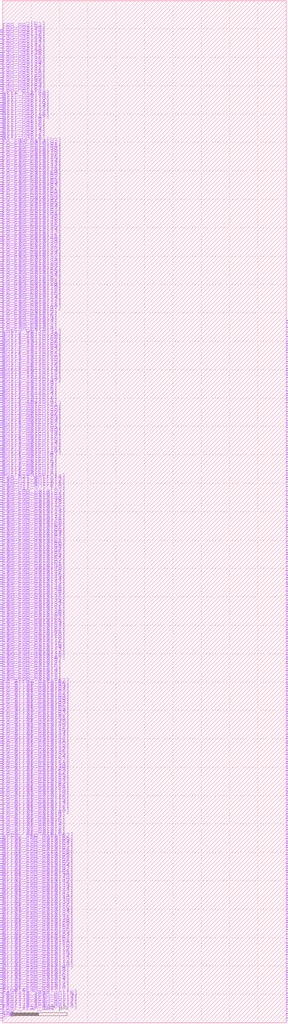
<source format=lef>
VERSION 5.7 ;
  NOWIREEXTENSIONATPIN ON ;
  DIVIDERCHAR "/" ;
  BUSBITCHARS "[]" ;
MACRO tri_cam_32x143_1r1w1c
  CLASS BLOCK ;
  FOREIGN tri_cam_32x143_1r1w1c ;
  ORIGIN 0.000 0.000 ;
  SIZE 500.000 BY 1800.000 ;
  PIN gnd
    DIRECTION INOUT ;
    USE SIGNAL ;
    PORT
      LAYER met3 ;
        RECT -4.000 4.000 0.000 4.600 ;
    END
  END gnd
  PIN vdd
    DIRECTION INOUT ;
    USE SIGNAL ;
    PORT
      LAYER met3 ;
        RECT -4.000 8.000 0.000 8.600 ;
    END
  END vdd
  PIN vcs
    DIRECTION INOUT ;
    USE SIGNAL ;
    PORT
      LAYER met3 ;
        RECT -4.000 12.000 0.000 12.600 ;
    END
  END vcs
  PIN clk
    DIRECTION INPUT ;
    USE SIGNAL ;
    PORT
      LAYER met3 ;
        RECT 500.000 4.000 504.000 4.600 ;
    END
  END clk
  PIN rst
    DIRECTION INPUT ;
    USE SIGNAL ;
    PORT
      LAYER met3 ;
        RECT 500.000 8.000 504.000 8.600 ;
    END
  END rst
  PIN tc_ccflush_dc
    DIRECTION INPUT ;
    USE SIGNAL ;
    PORT
      LAYER met3 ;
        RECT 500.000 12.000 504.000 12.600 ;
    END
  END tc_ccflush_dc
  PIN tc_scan_dis_dc_b
    DIRECTION INPUT ;
    USE SIGNAL ;
    PORT
      LAYER met3 ;
        RECT 500.000 16.000 504.000 16.600 ;
    END
  END tc_scan_dis_dc_b
  PIN tc_scan_diag_dc
    DIRECTION INPUT ;
    USE SIGNAL ;
    PORT
      LAYER met3 ;
        RECT 500.000 20.000 504.000 20.600 ;
    END
  END tc_scan_diag_dc
  PIN tc_lbist_en_dc
    DIRECTION INPUT ;
    USE SIGNAL ;
    PORT
      LAYER met3 ;
        RECT 500.000 24.000 504.000 24.600 ;
    END
  END tc_lbist_en_dc
  PIN an_ac_atpg_en_dc
    DIRECTION INPUT ;
    USE SIGNAL ;
    PORT
      LAYER met3 ;
        RECT 500.000 28.000 504.000 28.600 ;
    END
  END an_ac_atpg_en_dc
  PIN lcb_d_mode_dc
    DIRECTION INPUT ;
    USE SIGNAL ;
    PORT
      LAYER met3 ;
        RECT 500.000 32.000 504.000 32.600 ;
    END
  END lcb_d_mode_dc
  PIN lcb_clkoff_dc_b
    DIRECTION INPUT ;
    USE SIGNAL ;
    PORT
      LAYER met3 ;
        RECT 500.000 36.000 504.000 36.600 ;
    END
  END lcb_clkoff_dc_b
  PIN lcb_act_dis_dc
    DIRECTION INPUT ;
    USE SIGNAL ;
    PORT
      LAYER met3 ;
        RECT 500.000 40.000 504.000 40.600 ;
    END
  END lcb_act_dis_dc
  PIN lcb_mpw1_dc_b[0]
    DIRECTION INPUT ;
    USE SIGNAL ;
    PORT
      LAYER met3 ;
        RECT 500.000 44.000 504.000 44.600 ;
    END
  END lcb_mpw1_dc_b[0]
  PIN lcb_mpw1_dc_b[1]
    DIRECTION INPUT ;
    USE SIGNAL ;
    PORT
      LAYER met3 ;
        RECT 500.000 48.000 504.000 48.600 ;
    END
  END lcb_mpw1_dc_b[1]
  PIN lcb_mpw1_dc_b[2]
    DIRECTION INPUT ;
    USE SIGNAL ;
    PORT
      LAYER met3 ;
        RECT 500.000 52.000 504.000 52.600 ;
    END
  END lcb_mpw1_dc_b[2]
  PIN lcb_mpw1_dc_b[3]
    DIRECTION INPUT ;
    USE SIGNAL ;
    PORT
      LAYER met3 ;
        RECT 500.000 56.000 504.000 56.600 ;
    END
  END lcb_mpw1_dc_b[3]
  PIN lcb_mpw2_dc_b
    DIRECTION INPUT ;
    USE SIGNAL ;
    PORT
      LAYER met3 ;
        RECT 500.000 60.000 504.000 60.600 ;
    END
  END lcb_mpw2_dc_b
  PIN lcb_delay_lclkr_dc[0]
    DIRECTION INPUT ;
    USE SIGNAL ;
    PORT
      LAYER met3 ;
        RECT 500.000 64.000 504.000 64.600 ;
    END
  END lcb_delay_lclkr_dc[0]
  PIN lcb_delay_lclkr_dc[1]
    DIRECTION INPUT ;
    USE SIGNAL ;
    PORT
      LAYER met3 ;
        RECT 500.000 68.000 504.000 68.600 ;
    END
  END lcb_delay_lclkr_dc[1]
  PIN lcb_delay_lclkr_dc[2]
    DIRECTION INPUT ;
    USE SIGNAL ;
    PORT
      LAYER met3 ;
        RECT 500.000 72.000 504.000 72.600 ;
    END
  END lcb_delay_lclkr_dc[2]
  PIN lcb_delay_lclkr_dc[3]
    DIRECTION INPUT ;
    USE SIGNAL ;
    PORT
      LAYER met3 ;
        RECT 500.000 76.000 504.000 76.600 ;
    END
  END lcb_delay_lclkr_dc[3]
  PIN pc_sg_2
    DIRECTION INPUT ;
    USE SIGNAL ;
    PORT
      LAYER met3 ;
        RECT 500.000 80.000 504.000 80.600 ;
    END
  END pc_sg_2
  PIN pc_func_slp_sl_thold_2
    DIRECTION INPUT ;
    USE SIGNAL ;
    PORT
      LAYER met3 ;
        RECT 500.000 84.000 504.000 84.600 ;
    END
  END pc_func_slp_sl_thold_2
  PIN pc_func_slp_nsl_thold_2
    DIRECTION INPUT ;
    USE SIGNAL ;
    PORT
      LAYER met3 ;
        RECT 500.000 88.000 504.000 88.600 ;
    END
  END pc_func_slp_nsl_thold_2
  PIN pc_regf_slp_sl_thold_2
    DIRECTION INPUT ;
    USE SIGNAL ;
    PORT
      LAYER met3 ;
        RECT 500.000 92.000 504.000 92.600 ;
    END
  END pc_regf_slp_sl_thold_2
  PIN pc_time_sl_thold_2
    DIRECTION INPUT ;
    USE SIGNAL ;
    PORT
      LAYER met3 ;
        RECT 500.000 96.000 504.000 96.600 ;
    END
  END pc_time_sl_thold_2
  PIN pc_fce_2
    DIRECTION INPUT ;
    USE SIGNAL ;
    PORT
      LAYER met3 ;
        RECT 500.000 100.000 504.000 100.600 ;
    END
  END pc_fce_2
  PIN func_scan_in
    DIRECTION INPUT ;
    USE SIGNAL ;
    PORT
      LAYER met3 ;
        RECT 500.000 104.000 504.000 104.600 ;
    END
  END func_scan_in
  PIN func_scan_out
    DIRECTION OUTPUT TRISTATE ;
    USE SIGNAL ;
    PORT
      LAYER met3 ;
        RECT -4.000 16.000 0.000 16.600 ;
    END
  END func_scan_out
  PIN regfile_scan_in[0]
    DIRECTION INPUT ;
    USE SIGNAL ;
    PORT
      LAYER met3 ;
        RECT 500.000 108.000 504.000 108.600 ;
    END
  END regfile_scan_in[0]
  PIN regfile_scan_in[1]
    DIRECTION INPUT ;
    USE SIGNAL ;
    PORT
      LAYER met3 ;
        RECT 500.000 112.000 504.000 112.600 ;
    END
  END regfile_scan_in[1]
  PIN regfile_scan_in[2]
    DIRECTION INPUT ;
    USE SIGNAL ;
    PORT
      LAYER met3 ;
        RECT 500.000 116.000 504.000 116.600 ;
    END
  END regfile_scan_in[2]
  PIN regfile_scan_in[3]
    DIRECTION INPUT ;
    USE SIGNAL ;
    PORT
      LAYER met3 ;
        RECT 500.000 120.000 504.000 120.600 ;
    END
  END regfile_scan_in[3]
  PIN regfile_scan_in[4]
    DIRECTION INPUT ;
    USE SIGNAL ;
    PORT
      LAYER met3 ;
        RECT 500.000 124.000 504.000 124.600 ;
    END
  END regfile_scan_in[4]
  PIN regfile_scan_in[5]
    DIRECTION INPUT ;
    USE SIGNAL ;
    PORT
      LAYER met3 ;
        RECT 500.000 128.000 504.000 128.600 ;
    END
  END regfile_scan_in[5]
  PIN regfile_scan_in[6]
    DIRECTION INPUT ;
    USE SIGNAL ;
    PORT
      LAYER met3 ;
        RECT 500.000 132.000 504.000 132.600 ;
    END
  END regfile_scan_in[6]
  PIN regfile_scan_out[0]
    DIRECTION OUTPUT TRISTATE ;
    USE SIGNAL ;
    PORT
      LAYER met3 ;
        RECT -4.000 20.000 0.000 20.600 ;
    END
  END regfile_scan_out[0]
  PIN regfile_scan_out[1]
    DIRECTION OUTPUT TRISTATE ;
    USE SIGNAL ;
    PORT
      LAYER met3 ;
        RECT -4.000 24.000 0.000 24.600 ;
    END
  END regfile_scan_out[1]
  PIN regfile_scan_out[2]
    DIRECTION OUTPUT TRISTATE ;
    USE SIGNAL ;
    PORT
      LAYER met3 ;
        RECT -4.000 28.000 0.000 28.600 ;
    END
  END regfile_scan_out[2]
  PIN regfile_scan_out[3]
    DIRECTION OUTPUT TRISTATE ;
    USE SIGNAL ;
    PORT
      LAYER met3 ;
        RECT -4.000 32.000 0.000 32.600 ;
    END
  END regfile_scan_out[3]
  PIN regfile_scan_out[4]
    DIRECTION OUTPUT TRISTATE ;
    USE SIGNAL ;
    PORT
      LAYER met3 ;
        RECT -4.000 36.000 0.000 36.600 ;
    END
  END regfile_scan_out[4]
  PIN regfile_scan_out[5]
    DIRECTION OUTPUT TRISTATE ;
    USE SIGNAL ;
    PORT
      LAYER met3 ;
        RECT -4.000 40.000 0.000 40.600 ;
    END
  END regfile_scan_out[5]
  PIN regfile_scan_out[6]
    DIRECTION OUTPUT TRISTATE ;
    USE SIGNAL ;
    PORT
      LAYER met3 ;
        RECT -4.000 44.000 0.000 44.600 ;
    END
  END regfile_scan_out[6]
  PIN time_scan_in
    DIRECTION INPUT ;
    USE SIGNAL ;
    PORT
      LAYER met3 ;
        RECT 500.000 136.000 504.000 136.600 ;
    END
  END time_scan_in
  PIN time_scan_out
    DIRECTION OUTPUT TRISTATE ;
    USE SIGNAL ;
    PORT
      LAYER met3 ;
        RECT -4.000 48.000 0.000 48.600 ;
    END
  END time_scan_out
  PIN rd_val
    DIRECTION INPUT ;
    USE SIGNAL ;
    PORT
      LAYER met3 ;
        RECT 500.000 140.000 504.000 140.600 ;
    END
  END rd_val
  PIN rd_val_late
    DIRECTION INPUT ;
    USE SIGNAL ;
    PORT
      LAYER met3 ;
        RECT 500.000 144.000 504.000 144.600 ;
    END
  END rd_val_late
  PIN rw_entry[0]
    DIRECTION INPUT ;
    USE SIGNAL ;
    PORT
      LAYER met3 ;
        RECT 500.000 148.000 504.000 148.600 ;
    END
  END rw_entry[0]
  PIN rw_entry[1]
    DIRECTION INPUT ;
    USE SIGNAL ;
    PORT
      LAYER met3 ;
        RECT 500.000 152.000 504.000 152.600 ;
    END
  END rw_entry[1]
  PIN rw_entry[2]
    DIRECTION INPUT ;
    USE SIGNAL ;
    PORT
      LAYER met3 ;
        RECT 500.000 156.000 504.000 156.600 ;
    END
  END rw_entry[2]
  PIN rw_entry[3]
    DIRECTION INPUT ;
    USE SIGNAL ;
    PORT
      LAYER met3 ;
        RECT 500.000 160.000 504.000 160.600 ;
    END
  END rw_entry[3]
  PIN rw_entry[4]
    DIRECTION INPUT ;
    USE SIGNAL ;
    PORT
      LAYER met3 ;
        RECT 500.000 164.000 504.000 164.600 ;
    END
  END rw_entry[4]
  PIN wr_array_data[0]
    DIRECTION INPUT ;
    USE SIGNAL ;
    PORT
      LAYER met3 ;
        RECT 500.000 168.000 504.000 168.600 ;
    END
  END wr_array_data[0]
  PIN wr_array_data[1]
    DIRECTION INPUT ;
    USE SIGNAL ;
    PORT
      LAYER met3 ;
        RECT 500.000 172.000 504.000 172.600 ;
    END
  END wr_array_data[1]
  PIN wr_array_data[2]
    DIRECTION INPUT ;
    USE SIGNAL ;
    PORT
      LAYER met3 ;
        RECT 500.000 176.000 504.000 176.600 ;
    END
  END wr_array_data[2]
  PIN wr_array_data[3]
    DIRECTION INPUT ;
    USE SIGNAL ;
    PORT
      LAYER met3 ;
        RECT 500.000 180.000 504.000 180.600 ;
    END
  END wr_array_data[3]
  PIN wr_array_data[4]
    DIRECTION INPUT ;
    USE SIGNAL ;
    PORT
      LAYER met3 ;
        RECT 500.000 184.000 504.000 184.600 ;
    END
  END wr_array_data[4]
  PIN wr_array_data[5]
    DIRECTION INPUT ;
    USE SIGNAL ;
    PORT
      LAYER met3 ;
        RECT 500.000 188.000 504.000 188.600 ;
    END
  END wr_array_data[5]
  PIN wr_array_data[6]
    DIRECTION INPUT ;
    USE SIGNAL ;
    PORT
      LAYER met3 ;
        RECT 500.000 192.000 504.000 192.600 ;
    END
  END wr_array_data[6]
  PIN wr_array_data[7]
    DIRECTION INPUT ;
    USE SIGNAL ;
    PORT
      LAYER met3 ;
        RECT 500.000 196.000 504.000 196.600 ;
    END
  END wr_array_data[7]
  PIN wr_array_data[8]
    DIRECTION INPUT ;
    USE SIGNAL ;
    PORT
      LAYER met3 ;
        RECT 500.000 200.000 504.000 200.600 ;
    END
  END wr_array_data[8]
  PIN wr_array_data[9]
    DIRECTION INPUT ;
    USE SIGNAL ;
    PORT
      LAYER met3 ;
        RECT 500.000 204.000 504.000 204.600 ;
    END
  END wr_array_data[9]
  PIN wr_array_data[10]
    DIRECTION INPUT ;
    USE SIGNAL ;
    PORT
      LAYER met3 ;
        RECT 500.000 208.000 504.000 208.600 ;
    END
  END wr_array_data[10]
  PIN wr_array_data[11]
    DIRECTION INPUT ;
    USE SIGNAL ;
    PORT
      LAYER met3 ;
        RECT 500.000 212.000 504.000 212.600 ;
    END
  END wr_array_data[11]
  PIN wr_array_data[12]
    DIRECTION INPUT ;
    USE SIGNAL ;
    PORT
      LAYER met3 ;
        RECT 500.000 216.000 504.000 216.600 ;
    END
  END wr_array_data[12]
  PIN wr_array_data[13]
    DIRECTION INPUT ;
    USE SIGNAL ;
    PORT
      LAYER met3 ;
        RECT 500.000 220.000 504.000 220.600 ;
    END
  END wr_array_data[13]
  PIN wr_array_data[14]
    DIRECTION INPUT ;
    USE SIGNAL ;
    PORT
      LAYER met3 ;
        RECT 500.000 224.000 504.000 224.600 ;
    END
  END wr_array_data[14]
  PIN wr_array_data[15]
    DIRECTION INPUT ;
    USE SIGNAL ;
    PORT
      LAYER met3 ;
        RECT 500.000 228.000 504.000 228.600 ;
    END
  END wr_array_data[15]
  PIN wr_array_data[16]
    DIRECTION INPUT ;
    USE SIGNAL ;
    PORT
      LAYER met3 ;
        RECT 500.000 232.000 504.000 232.600 ;
    END
  END wr_array_data[16]
  PIN wr_array_data[17]
    DIRECTION INPUT ;
    USE SIGNAL ;
    PORT
      LAYER met3 ;
        RECT 500.000 236.000 504.000 236.600 ;
    END
  END wr_array_data[17]
  PIN wr_array_data[18]
    DIRECTION INPUT ;
    USE SIGNAL ;
    PORT
      LAYER met3 ;
        RECT 500.000 240.000 504.000 240.600 ;
    END
  END wr_array_data[18]
  PIN wr_array_data[19]
    DIRECTION INPUT ;
    USE SIGNAL ;
    PORT
      LAYER met3 ;
        RECT 500.000 244.000 504.000 244.600 ;
    END
  END wr_array_data[19]
  PIN wr_array_data[20]
    DIRECTION INPUT ;
    USE SIGNAL ;
    PORT
      LAYER met3 ;
        RECT 500.000 248.000 504.000 248.600 ;
    END
  END wr_array_data[20]
  PIN wr_array_data[21]
    DIRECTION INPUT ;
    USE SIGNAL ;
    PORT
      LAYER met3 ;
        RECT 500.000 252.000 504.000 252.600 ;
    END
  END wr_array_data[21]
  PIN wr_array_data[22]
    DIRECTION INPUT ;
    USE SIGNAL ;
    PORT
      LAYER met3 ;
        RECT 500.000 256.000 504.000 256.600 ;
    END
  END wr_array_data[22]
  PIN wr_array_data[23]
    DIRECTION INPUT ;
    USE SIGNAL ;
    PORT
      LAYER met3 ;
        RECT 500.000 260.000 504.000 260.600 ;
    END
  END wr_array_data[23]
  PIN wr_array_data[24]
    DIRECTION INPUT ;
    USE SIGNAL ;
    PORT
      LAYER met3 ;
        RECT 500.000 264.000 504.000 264.600 ;
    END
  END wr_array_data[24]
  PIN wr_array_data[25]
    DIRECTION INPUT ;
    USE SIGNAL ;
    PORT
      LAYER met3 ;
        RECT 500.000 268.000 504.000 268.600 ;
    END
  END wr_array_data[25]
  PIN wr_array_data[26]
    DIRECTION INPUT ;
    USE SIGNAL ;
    PORT
      LAYER met3 ;
        RECT 500.000 272.000 504.000 272.600 ;
    END
  END wr_array_data[26]
  PIN wr_array_data[27]
    DIRECTION INPUT ;
    USE SIGNAL ;
    PORT
      LAYER met3 ;
        RECT 500.000 276.000 504.000 276.600 ;
    END
  END wr_array_data[27]
  PIN wr_array_data[28]
    DIRECTION INPUT ;
    USE SIGNAL ;
    PORT
      LAYER met3 ;
        RECT 500.000 280.000 504.000 280.600 ;
    END
  END wr_array_data[28]
  PIN wr_array_data[29]
    DIRECTION INPUT ;
    USE SIGNAL ;
    PORT
      LAYER met3 ;
        RECT 500.000 284.000 504.000 284.600 ;
    END
  END wr_array_data[29]
  PIN wr_array_data[30]
    DIRECTION INPUT ;
    USE SIGNAL ;
    PORT
      LAYER met3 ;
        RECT 500.000 288.000 504.000 288.600 ;
    END
  END wr_array_data[30]
  PIN wr_array_data[31]
    DIRECTION INPUT ;
    USE SIGNAL ;
    PORT
      LAYER met3 ;
        RECT 500.000 292.000 504.000 292.600 ;
    END
  END wr_array_data[31]
  PIN wr_array_data[32]
    DIRECTION INPUT ;
    USE SIGNAL ;
    PORT
      LAYER met3 ;
        RECT 500.000 296.000 504.000 296.600 ;
    END
  END wr_array_data[32]
  PIN wr_array_data[33]
    DIRECTION INPUT ;
    USE SIGNAL ;
    PORT
      LAYER met3 ;
        RECT 500.000 300.000 504.000 300.600 ;
    END
  END wr_array_data[33]
  PIN wr_array_data[34]
    DIRECTION INPUT ;
    USE SIGNAL ;
    PORT
      LAYER met3 ;
        RECT 500.000 304.000 504.000 304.600 ;
    END
  END wr_array_data[34]
  PIN wr_array_data[35]
    DIRECTION INPUT ;
    USE SIGNAL ;
    PORT
      LAYER met3 ;
        RECT 500.000 308.000 504.000 308.600 ;
    END
  END wr_array_data[35]
  PIN wr_array_data[36]
    DIRECTION INPUT ;
    USE SIGNAL ;
    PORT
      LAYER met3 ;
        RECT 500.000 312.000 504.000 312.600 ;
    END
  END wr_array_data[36]
  PIN wr_array_data[37]
    DIRECTION INPUT ;
    USE SIGNAL ;
    PORT
      LAYER met3 ;
        RECT 500.000 316.000 504.000 316.600 ;
    END
  END wr_array_data[37]
  PIN wr_array_data[38]
    DIRECTION INPUT ;
    USE SIGNAL ;
    PORT
      LAYER met3 ;
        RECT 500.000 320.000 504.000 320.600 ;
    END
  END wr_array_data[38]
  PIN wr_array_data[39]
    DIRECTION INPUT ;
    USE SIGNAL ;
    PORT
      LAYER met3 ;
        RECT 500.000 324.000 504.000 324.600 ;
    END
  END wr_array_data[39]
  PIN wr_array_data[40]
    DIRECTION INPUT ;
    USE SIGNAL ;
    PORT
      LAYER met3 ;
        RECT 500.000 328.000 504.000 328.600 ;
    END
  END wr_array_data[40]
  PIN wr_array_data[41]
    DIRECTION INPUT ;
    USE SIGNAL ;
    PORT
      LAYER met3 ;
        RECT 500.000 332.000 504.000 332.600 ;
    END
  END wr_array_data[41]
  PIN wr_array_data[42]
    DIRECTION INPUT ;
    USE SIGNAL ;
    PORT
      LAYER met3 ;
        RECT 500.000 336.000 504.000 336.600 ;
    END
  END wr_array_data[42]
  PIN wr_array_data[43]
    DIRECTION INPUT ;
    USE SIGNAL ;
    PORT
      LAYER met3 ;
        RECT 500.000 340.000 504.000 340.600 ;
    END
  END wr_array_data[43]
  PIN wr_array_data[44]
    DIRECTION INPUT ;
    USE SIGNAL ;
    PORT
      LAYER met3 ;
        RECT 500.000 344.000 504.000 344.600 ;
    END
  END wr_array_data[44]
  PIN wr_array_data[45]
    DIRECTION INPUT ;
    USE SIGNAL ;
    PORT
      LAYER met3 ;
        RECT 500.000 348.000 504.000 348.600 ;
    END
  END wr_array_data[45]
  PIN wr_array_data[46]
    DIRECTION INPUT ;
    USE SIGNAL ;
    PORT
      LAYER met3 ;
        RECT 500.000 352.000 504.000 352.600 ;
    END
  END wr_array_data[46]
  PIN wr_array_data[47]
    DIRECTION INPUT ;
    USE SIGNAL ;
    PORT
      LAYER met3 ;
        RECT 500.000 356.000 504.000 356.600 ;
    END
  END wr_array_data[47]
  PIN wr_array_data[48]
    DIRECTION INPUT ;
    USE SIGNAL ;
    PORT
      LAYER met3 ;
        RECT 500.000 360.000 504.000 360.600 ;
    END
  END wr_array_data[48]
  PIN wr_array_data[49]
    DIRECTION INPUT ;
    USE SIGNAL ;
    PORT
      LAYER met3 ;
        RECT 500.000 364.000 504.000 364.600 ;
    END
  END wr_array_data[49]
  PIN wr_array_data[50]
    DIRECTION INPUT ;
    USE SIGNAL ;
    PORT
      LAYER met3 ;
        RECT 500.000 368.000 504.000 368.600 ;
    END
  END wr_array_data[50]
  PIN wr_array_data[51]
    DIRECTION INPUT ;
    USE SIGNAL ;
    PORT
      LAYER met3 ;
        RECT 500.000 372.000 504.000 372.600 ;
    END
  END wr_array_data[51]
  PIN wr_array_data[52]
    DIRECTION INPUT ;
    USE SIGNAL ;
    PORT
      LAYER met3 ;
        RECT 500.000 376.000 504.000 376.600 ;
    END
  END wr_array_data[52]
  PIN wr_array_data[53]
    DIRECTION INPUT ;
    USE SIGNAL ;
    PORT
      LAYER met3 ;
        RECT 500.000 380.000 504.000 380.600 ;
    END
  END wr_array_data[53]
  PIN wr_array_data[54]
    DIRECTION INPUT ;
    USE SIGNAL ;
    PORT
      LAYER met3 ;
        RECT 500.000 384.000 504.000 384.600 ;
    END
  END wr_array_data[54]
  PIN wr_array_data[55]
    DIRECTION INPUT ;
    USE SIGNAL ;
    PORT
      LAYER met3 ;
        RECT 500.000 388.000 504.000 388.600 ;
    END
  END wr_array_data[55]
  PIN wr_array_data[56]
    DIRECTION INPUT ;
    USE SIGNAL ;
    PORT
      LAYER met3 ;
        RECT 500.000 392.000 504.000 392.600 ;
    END
  END wr_array_data[56]
  PIN wr_array_data[57]
    DIRECTION INPUT ;
    USE SIGNAL ;
    PORT
      LAYER met3 ;
        RECT 500.000 396.000 504.000 396.600 ;
    END
  END wr_array_data[57]
  PIN wr_array_data[58]
    DIRECTION INPUT ;
    USE SIGNAL ;
    PORT
      LAYER met3 ;
        RECT 500.000 400.000 504.000 400.600 ;
    END
  END wr_array_data[58]
  PIN wr_array_data[59]
    DIRECTION INPUT ;
    USE SIGNAL ;
    PORT
      LAYER met3 ;
        RECT 500.000 404.000 504.000 404.600 ;
    END
  END wr_array_data[59]
  PIN wr_array_data[60]
    DIRECTION INPUT ;
    USE SIGNAL ;
    PORT
      LAYER met3 ;
        RECT 500.000 408.000 504.000 408.600 ;
    END
  END wr_array_data[60]
  PIN wr_array_data[61]
    DIRECTION INPUT ;
    USE SIGNAL ;
    PORT
      LAYER met3 ;
        RECT 500.000 412.000 504.000 412.600 ;
    END
  END wr_array_data[61]
  PIN wr_array_data[62]
    DIRECTION INPUT ;
    USE SIGNAL ;
    PORT
      LAYER met3 ;
        RECT 500.000 416.000 504.000 416.600 ;
    END
  END wr_array_data[62]
  PIN wr_array_data[63]
    DIRECTION INPUT ;
    USE SIGNAL ;
    PORT
      LAYER met3 ;
        RECT 500.000 420.000 504.000 420.600 ;
    END
  END wr_array_data[63]
  PIN wr_array_data[64]
    DIRECTION INPUT ;
    USE SIGNAL ;
    PORT
      LAYER met3 ;
        RECT 500.000 424.000 504.000 424.600 ;
    END
  END wr_array_data[64]
  PIN wr_array_data[65]
    DIRECTION INPUT ;
    USE SIGNAL ;
    PORT
      LAYER met3 ;
        RECT 500.000 428.000 504.000 428.600 ;
    END
  END wr_array_data[65]
  PIN wr_array_data[66]
    DIRECTION INPUT ;
    USE SIGNAL ;
    PORT
      LAYER met3 ;
        RECT 500.000 432.000 504.000 432.600 ;
    END
  END wr_array_data[66]
  PIN wr_array_data[67]
    DIRECTION INPUT ;
    USE SIGNAL ;
    PORT
      LAYER met3 ;
        RECT 500.000 436.000 504.000 436.600 ;
    END
  END wr_array_data[67]
  PIN wr_cam_data[0]
    DIRECTION INPUT ;
    USE SIGNAL ;
    PORT
      LAYER met3 ;
        RECT 500.000 440.000 504.000 440.600 ;
    END
  END wr_cam_data[0]
  PIN wr_cam_data[1]
    DIRECTION INPUT ;
    USE SIGNAL ;
    PORT
      LAYER met3 ;
        RECT 500.000 444.000 504.000 444.600 ;
    END
  END wr_cam_data[1]
  PIN wr_cam_data[2]
    DIRECTION INPUT ;
    USE SIGNAL ;
    PORT
      LAYER met3 ;
        RECT 500.000 448.000 504.000 448.600 ;
    END
  END wr_cam_data[2]
  PIN wr_cam_data[3]
    DIRECTION INPUT ;
    USE SIGNAL ;
    PORT
      LAYER met3 ;
        RECT 500.000 452.000 504.000 452.600 ;
    END
  END wr_cam_data[3]
  PIN wr_cam_data[4]
    DIRECTION INPUT ;
    USE SIGNAL ;
    PORT
      LAYER met3 ;
        RECT 500.000 456.000 504.000 456.600 ;
    END
  END wr_cam_data[4]
  PIN wr_cam_data[5]
    DIRECTION INPUT ;
    USE SIGNAL ;
    PORT
      LAYER met3 ;
        RECT 500.000 460.000 504.000 460.600 ;
    END
  END wr_cam_data[5]
  PIN wr_cam_data[6]
    DIRECTION INPUT ;
    USE SIGNAL ;
    PORT
      LAYER met3 ;
        RECT 500.000 464.000 504.000 464.600 ;
    END
  END wr_cam_data[6]
  PIN wr_cam_data[7]
    DIRECTION INPUT ;
    USE SIGNAL ;
    PORT
      LAYER met3 ;
        RECT 500.000 468.000 504.000 468.600 ;
    END
  END wr_cam_data[7]
  PIN wr_cam_data[8]
    DIRECTION INPUT ;
    USE SIGNAL ;
    PORT
      LAYER met3 ;
        RECT 500.000 472.000 504.000 472.600 ;
    END
  END wr_cam_data[8]
  PIN wr_cam_data[9]
    DIRECTION INPUT ;
    USE SIGNAL ;
    PORT
      LAYER met3 ;
        RECT 500.000 476.000 504.000 476.600 ;
    END
  END wr_cam_data[9]
  PIN wr_cam_data[10]
    DIRECTION INPUT ;
    USE SIGNAL ;
    PORT
      LAYER met3 ;
        RECT 500.000 480.000 504.000 480.600 ;
    END
  END wr_cam_data[10]
  PIN wr_cam_data[11]
    DIRECTION INPUT ;
    USE SIGNAL ;
    PORT
      LAYER met3 ;
        RECT 500.000 484.000 504.000 484.600 ;
    END
  END wr_cam_data[11]
  PIN wr_cam_data[12]
    DIRECTION INPUT ;
    USE SIGNAL ;
    PORT
      LAYER met3 ;
        RECT 500.000 488.000 504.000 488.600 ;
    END
  END wr_cam_data[12]
  PIN wr_cam_data[13]
    DIRECTION INPUT ;
    USE SIGNAL ;
    PORT
      LAYER met3 ;
        RECT 500.000 492.000 504.000 492.600 ;
    END
  END wr_cam_data[13]
  PIN wr_cam_data[14]
    DIRECTION INPUT ;
    USE SIGNAL ;
    PORT
      LAYER met3 ;
        RECT 500.000 496.000 504.000 496.600 ;
    END
  END wr_cam_data[14]
  PIN wr_cam_data[15]
    DIRECTION INPUT ;
    USE SIGNAL ;
    PORT
      LAYER met3 ;
        RECT 500.000 500.000 504.000 500.600 ;
    END
  END wr_cam_data[15]
  PIN wr_cam_data[16]
    DIRECTION INPUT ;
    USE SIGNAL ;
    PORT
      LAYER met3 ;
        RECT 500.000 504.000 504.000 504.600 ;
    END
  END wr_cam_data[16]
  PIN wr_cam_data[17]
    DIRECTION INPUT ;
    USE SIGNAL ;
    PORT
      LAYER met3 ;
        RECT 500.000 508.000 504.000 508.600 ;
    END
  END wr_cam_data[17]
  PIN wr_cam_data[18]
    DIRECTION INPUT ;
    USE SIGNAL ;
    PORT
      LAYER met3 ;
        RECT 500.000 512.000 504.000 512.600 ;
    END
  END wr_cam_data[18]
  PIN wr_cam_data[19]
    DIRECTION INPUT ;
    USE SIGNAL ;
    PORT
      LAYER met3 ;
        RECT 500.000 516.000 504.000 516.600 ;
    END
  END wr_cam_data[19]
  PIN wr_cam_data[20]
    DIRECTION INPUT ;
    USE SIGNAL ;
    PORT
      LAYER met3 ;
        RECT 500.000 520.000 504.000 520.600 ;
    END
  END wr_cam_data[20]
  PIN wr_cam_data[21]
    DIRECTION INPUT ;
    USE SIGNAL ;
    PORT
      LAYER met3 ;
        RECT 500.000 524.000 504.000 524.600 ;
    END
  END wr_cam_data[21]
  PIN wr_cam_data[22]
    DIRECTION INPUT ;
    USE SIGNAL ;
    PORT
      LAYER met3 ;
        RECT 500.000 528.000 504.000 528.600 ;
    END
  END wr_cam_data[22]
  PIN wr_cam_data[23]
    DIRECTION INPUT ;
    USE SIGNAL ;
    PORT
      LAYER met3 ;
        RECT 500.000 532.000 504.000 532.600 ;
    END
  END wr_cam_data[23]
  PIN wr_cam_data[24]
    DIRECTION INPUT ;
    USE SIGNAL ;
    PORT
      LAYER met3 ;
        RECT 500.000 536.000 504.000 536.600 ;
    END
  END wr_cam_data[24]
  PIN wr_cam_data[25]
    DIRECTION INPUT ;
    USE SIGNAL ;
    PORT
      LAYER met3 ;
        RECT 500.000 540.000 504.000 540.600 ;
    END
  END wr_cam_data[25]
  PIN wr_cam_data[26]
    DIRECTION INPUT ;
    USE SIGNAL ;
    PORT
      LAYER met3 ;
        RECT 500.000 544.000 504.000 544.600 ;
    END
  END wr_cam_data[26]
  PIN wr_cam_data[27]
    DIRECTION INPUT ;
    USE SIGNAL ;
    PORT
      LAYER met3 ;
        RECT 500.000 548.000 504.000 548.600 ;
    END
  END wr_cam_data[27]
  PIN wr_cam_data[28]
    DIRECTION INPUT ;
    USE SIGNAL ;
    PORT
      LAYER met3 ;
        RECT 500.000 552.000 504.000 552.600 ;
    END
  END wr_cam_data[28]
  PIN wr_cam_data[29]
    DIRECTION INPUT ;
    USE SIGNAL ;
    PORT
      LAYER met3 ;
        RECT 500.000 556.000 504.000 556.600 ;
    END
  END wr_cam_data[29]
  PIN wr_cam_data[30]
    DIRECTION INPUT ;
    USE SIGNAL ;
    PORT
      LAYER met3 ;
        RECT 500.000 560.000 504.000 560.600 ;
    END
  END wr_cam_data[30]
  PIN wr_cam_data[31]
    DIRECTION INPUT ;
    USE SIGNAL ;
    PORT
      LAYER met3 ;
        RECT 500.000 564.000 504.000 564.600 ;
    END
  END wr_cam_data[31]
  PIN wr_cam_data[32]
    DIRECTION INPUT ;
    USE SIGNAL ;
    PORT
      LAYER met3 ;
        RECT 500.000 568.000 504.000 568.600 ;
    END
  END wr_cam_data[32]
  PIN wr_cam_data[33]
    DIRECTION INPUT ;
    USE SIGNAL ;
    PORT
      LAYER met3 ;
        RECT 500.000 572.000 504.000 572.600 ;
    END
  END wr_cam_data[33]
  PIN wr_cam_data[34]
    DIRECTION INPUT ;
    USE SIGNAL ;
    PORT
      LAYER met3 ;
        RECT 500.000 576.000 504.000 576.600 ;
    END
  END wr_cam_data[34]
  PIN wr_cam_data[35]
    DIRECTION INPUT ;
    USE SIGNAL ;
    PORT
      LAYER met3 ;
        RECT 500.000 580.000 504.000 580.600 ;
    END
  END wr_cam_data[35]
  PIN wr_cam_data[36]
    DIRECTION INPUT ;
    USE SIGNAL ;
    PORT
      LAYER met3 ;
        RECT 500.000 584.000 504.000 584.600 ;
    END
  END wr_cam_data[36]
  PIN wr_cam_data[37]
    DIRECTION INPUT ;
    USE SIGNAL ;
    PORT
      LAYER met3 ;
        RECT 500.000 588.000 504.000 588.600 ;
    END
  END wr_cam_data[37]
  PIN wr_cam_data[38]
    DIRECTION INPUT ;
    USE SIGNAL ;
    PORT
      LAYER met3 ;
        RECT 500.000 592.000 504.000 592.600 ;
    END
  END wr_cam_data[38]
  PIN wr_cam_data[39]
    DIRECTION INPUT ;
    USE SIGNAL ;
    PORT
      LAYER met3 ;
        RECT 500.000 596.000 504.000 596.600 ;
    END
  END wr_cam_data[39]
  PIN wr_cam_data[40]
    DIRECTION INPUT ;
    USE SIGNAL ;
    PORT
      LAYER met3 ;
        RECT 500.000 600.000 504.000 600.600 ;
    END
  END wr_cam_data[40]
  PIN wr_cam_data[41]
    DIRECTION INPUT ;
    USE SIGNAL ;
    PORT
      LAYER met3 ;
        RECT 500.000 604.000 504.000 604.600 ;
    END
  END wr_cam_data[41]
  PIN wr_cam_data[42]
    DIRECTION INPUT ;
    USE SIGNAL ;
    PORT
      LAYER met3 ;
        RECT 500.000 608.000 504.000 608.600 ;
    END
  END wr_cam_data[42]
  PIN wr_cam_data[43]
    DIRECTION INPUT ;
    USE SIGNAL ;
    PORT
      LAYER met3 ;
        RECT 500.000 612.000 504.000 612.600 ;
    END
  END wr_cam_data[43]
  PIN wr_cam_data[44]
    DIRECTION INPUT ;
    USE SIGNAL ;
    PORT
      LAYER met3 ;
        RECT 500.000 616.000 504.000 616.600 ;
    END
  END wr_cam_data[44]
  PIN wr_cam_data[45]
    DIRECTION INPUT ;
    USE SIGNAL ;
    PORT
      LAYER met3 ;
        RECT 500.000 620.000 504.000 620.600 ;
    END
  END wr_cam_data[45]
  PIN wr_cam_data[46]
    DIRECTION INPUT ;
    USE SIGNAL ;
    PORT
      LAYER met3 ;
        RECT 500.000 624.000 504.000 624.600 ;
    END
  END wr_cam_data[46]
  PIN wr_cam_data[47]
    DIRECTION INPUT ;
    USE SIGNAL ;
    PORT
      LAYER met3 ;
        RECT 500.000 628.000 504.000 628.600 ;
    END
  END wr_cam_data[47]
  PIN wr_cam_data[48]
    DIRECTION INPUT ;
    USE SIGNAL ;
    PORT
      LAYER met3 ;
        RECT 500.000 632.000 504.000 632.600 ;
    END
  END wr_cam_data[48]
  PIN wr_cam_data[49]
    DIRECTION INPUT ;
    USE SIGNAL ;
    PORT
      LAYER met3 ;
        RECT 500.000 636.000 504.000 636.600 ;
    END
  END wr_cam_data[49]
  PIN wr_cam_data[50]
    DIRECTION INPUT ;
    USE SIGNAL ;
    PORT
      LAYER met3 ;
        RECT 500.000 640.000 504.000 640.600 ;
    END
  END wr_cam_data[50]
  PIN wr_cam_data[51]
    DIRECTION INPUT ;
    USE SIGNAL ;
    PORT
      LAYER met3 ;
        RECT 500.000 644.000 504.000 644.600 ;
    END
  END wr_cam_data[51]
  PIN wr_cam_data[52]
    DIRECTION INPUT ;
    USE SIGNAL ;
    PORT
      LAYER met3 ;
        RECT 500.000 648.000 504.000 648.600 ;
    END
  END wr_cam_data[52]
  PIN wr_cam_data[53]
    DIRECTION INPUT ;
    USE SIGNAL ;
    PORT
      LAYER met3 ;
        RECT 500.000 652.000 504.000 652.600 ;
    END
  END wr_cam_data[53]
  PIN wr_cam_data[54]
    DIRECTION INPUT ;
    USE SIGNAL ;
    PORT
      LAYER met3 ;
        RECT 500.000 656.000 504.000 656.600 ;
    END
  END wr_cam_data[54]
  PIN wr_cam_data[55]
    DIRECTION INPUT ;
    USE SIGNAL ;
    PORT
      LAYER met3 ;
        RECT 500.000 660.000 504.000 660.600 ;
    END
  END wr_cam_data[55]
  PIN wr_cam_data[56]
    DIRECTION INPUT ;
    USE SIGNAL ;
    PORT
      LAYER met3 ;
        RECT 500.000 664.000 504.000 664.600 ;
    END
  END wr_cam_data[56]
  PIN wr_cam_data[57]
    DIRECTION INPUT ;
    USE SIGNAL ;
    PORT
      LAYER met3 ;
        RECT 500.000 668.000 504.000 668.600 ;
    END
  END wr_cam_data[57]
  PIN wr_cam_data[58]
    DIRECTION INPUT ;
    USE SIGNAL ;
    PORT
      LAYER met3 ;
        RECT 500.000 672.000 504.000 672.600 ;
    END
  END wr_cam_data[58]
  PIN wr_cam_data[59]
    DIRECTION INPUT ;
    USE SIGNAL ;
    PORT
      LAYER met3 ;
        RECT 500.000 676.000 504.000 676.600 ;
    END
  END wr_cam_data[59]
  PIN wr_cam_data[60]
    DIRECTION INPUT ;
    USE SIGNAL ;
    PORT
      LAYER met3 ;
        RECT 500.000 680.000 504.000 680.600 ;
    END
  END wr_cam_data[60]
  PIN wr_cam_data[61]
    DIRECTION INPUT ;
    USE SIGNAL ;
    PORT
      LAYER met3 ;
        RECT 500.000 684.000 504.000 684.600 ;
    END
  END wr_cam_data[61]
  PIN wr_cam_data[62]
    DIRECTION INPUT ;
    USE SIGNAL ;
    PORT
      LAYER met3 ;
        RECT 500.000 688.000 504.000 688.600 ;
    END
  END wr_cam_data[62]
  PIN wr_cam_data[63]
    DIRECTION INPUT ;
    USE SIGNAL ;
    PORT
      LAYER met3 ;
        RECT 500.000 692.000 504.000 692.600 ;
    END
  END wr_cam_data[63]
  PIN wr_cam_data[64]
    DIRECTION INPUT ;
    USE SIGNAL ;
    PORT
      LAYER met3 ;
        RECT 500.000 696.000 504.000 696.600 ;
    END
  END wr_cam_data[64]
  PIN wr_cam_data[65]
    DIRECTION INPUT ;
    USE SIGNAL ;
    PORT
      LAYER met3 ;
        RECT 500.000 700.000 504.000 700.600 ;
    END
  END wr_cam_data[65]
  PIN wr_cam_data[66]
    DIRECTION INPUT ;
    USE SIGNAL ;
    PORT
      LAYER met3 ;
        RECT 500.000 704.000 504.000 704.600 ;
    END
  END wr_cam_data[66]
  PIN wr_cam_data[67]
    DIRECTION INPUT ;
    USE SIGNAL ;
    PORT
      LAYER met3 ;
        RECT 500.000 708.000 504.000 708.600 ;
    END
  END wr_cam_data[67]
  PIN wr_cam_data[68]
    DIRECTION INPUT ;
    USE SIGNAL ;
    PORT
      LAYER met3 ;
        RECT 500.000 712.000 504.000 712.600 ;
    END
  END wr_cam_data[68]
  PIN wr_cam_data[69]
    DIRECTION INPUT ;
    USE SIGNAL ;
    PORT
      LAYER met3 ;
        RECT 500.000 716.000 504.000 716.600 ;
    END
  END wr_cam_data[69]
  PIN wr_cam_data[70]
    DIRECTION INPUT ;
    USE SIGNAL ;
    PORT
      LAYER met3 ;
        RECT 500.000 720.000 504.000 720.600 ;
    END
  END wr_cam_data[70]
  PIN wr_cam_data[71]
    DIRECTION INPUT ;
    USE SIGNAL ;
    PORT
      LAYER met3 ;
        RECT 500.000 724.000 504.000 724.600 ;
    END
  END wr_cam_data[71]
  PIN wr_cam_data[72]
    DIRECTION INPUT ;
    USE SIGNAL ;
    PORT
      LAYER met3 ;
        RECT 500.000 728.000 504.000 728.600 ;
    END
  END wr_cam_data[72]
  PIN wr_cam_data[73]
    DIRECTION INPUT ;
    USE SIGNAL ;
    PORT
      LAYER met3 ;
        RECT 500.000 732.000 504.000 732.600 ;
    END
  END wr_cam_data[73]
  PIN wr_cam_data[74]
    DIRECTION INPUT ;
    USE SIGNAL ;
    PORT
      LAYER met3 ;
        RECT 500.000 736.000 504.000 736.600 ;
    END
  END wr_cam_data[74]
  PIN wr_cam_data[75]
    DIRECTION INPUT ;
    USE SIGNAL ;
    PORT
      LAYER met3 ;
        RECT 500.000 740.000 504.000 740.600 ;
    END
  END wr_cam_data[75]
  PIN wr_cam_data[76]
    DIRECTION INPUT ;
    USE SIGNAL ;
    PORT
      LAYER met3 ;
        RECT 500.000 744.000 504.000 744.600 ;
    END
  END wr_cam_data[76]
  PIN wr_cam_data[77]
    DIRECTION INPUT ;
    USE SIGNAL ;
    PORT
      LAYER met3 ;
        RECT 500.000 748.000 504.000 748.600 ;
    END
  END wr_cam_data[77]
  PIN wr_cam_data[78]
    DIRECTION INPUT ;
    USE SIGNAL ;
    PORT
      LAYER met3 ;
        RECT 500.000 752.000 504.000 752.600 ;
    END
  END wr_cam_data[78]
  PIN wr_cam_data[79]
    DIRECTION INPUT ;
    USE SIGNAL ;
    PORT
      LAYER met3 ;
        RECT 500.000 756.000 504.000 756.600 ;
    END
  END wr_cam_data[79]
  PIN wr_cam_data[80]
    DIRECTION INPUT ;
    USE SIGNAL ;
    PORT
      LAYER met3 ;
        RECT 500.000 760.000 504.000 760.600 ;
    END
  END wr_cam_data[80]
  PIN wr_cam_data[81]
    DIRECTION INPUT ;
    USE SIGNAL ;
    PORT
      LAYER met3 ;
        RECT 500.000 764.000 504.000 764.600 ;
    END
  END wr_cam_data[81]
  PIN wr_cam_data[82]
    DIRECTION INPUT ;
    USE SIGNAL ;
    PORT
      LAYER met3 ;
        RECT 500.000 768.000 504.000 768.600 ;
    END
  END wr_cam_data[82]
  PIN wr_cam_data[83]
    DIRECTION INPUT ;
    USE SIGNAL ;
    PORT
      LAYER met3 ;
        RECT 500.000 772.000 504.000 772.600 ;
    END
  END wr_cam_data[83]
  PIN wr_array_val[0]
    DIRECTION INPUT ;
    USE SIGNAL ;
    PORT
      LAYER met3 ;
        RECT 500.000 776.000 504.000 776.600 ;
    END
  END wr_array_val[0]
  PIN wr_array_val[1]
    DIRECTION INPUT ;
    USE SIGNAL ;
    PORT
      LAYER met3 ;
        RECT 500.000 780.000 504.000 780.600 ;
    END
  END wr_array_val[1]
  PIN wr_cam_val[0]
    DIRECTION INPUT ;
    USE SIGNAL ;
    PORT
      LAYER met3 ;
        RECT 500.000 784.000 504.000 784.600 ;
    END
  END wr_cam_val[0]
  PIN wr_cam_val[1]
    DIRECTION INPUT ;
    USE SIGNAL ;
    PORT
      LAYER met3 ;
        RECT 500.000 788.000 504.000 788.600 ;
    END
  END wr_cam_val[1]
  PIN wr_val_early
    DIRECTION INPUT ;
    USE SIGNAL ;
    PORT
      LAYER met3 ;
        RECT 500.000 792.000 504.000 792.600 ;
    END
  END wr_val_early
  PIN comp_request
    DIRECTION INPUT ;
    USE SIGNAL ;
    PORT
      LAYER met3 ;
        RECT 500.000 796.000 504.000 796.600 ;
    END
  END comp_request
  PIN comp_addr[0]
    DIRECTION INPUT ;
    USE SIGNAL ;
    PORT
      LAYER met3 ;
        RECT 500.000 800.000 504.000 800.600 ;
    END
  END comp_addr[0]
  PIN comp_addr[1]
    DIRECTION INPUT ;
    USE SIGNAL ;
    PORT
      LAYER met3 ;
        RECT 500.000 804.000 504.000 804.600 ;
    END
  END comp_addr[1]
  PIN comp_addr[2]
    DIRECTION INPUT ;
    USE SIGNAL ;
    PORT
      LAYER met3 ;
        RECT 500.000 808.000 504.000 808.600 ;
    END
  END comp_addr[2]
  PIN comp_addr[3]
    DIRECTION INPUT ;
    USE SIGNAL ;
    PORT
      LAYER met3 ;
        RECT 500.000 812.000 504.000 812.600 ;
    END
  END comp_addr[3]
  PIN comp_addr[4]
    DIRECTION INPUT ;
    USE SIGNAL ;
    PORT
      LAYER met3 ;
        RECT 500.000 816.000 504.000 816.600 ;
    END
  END comp_addr[4]
  PIN comp_addr[5]
    DIRECTION INPUT ;
    USE SIGNAL ;
    PORT
      LAYER met3 ;
        RECT 500.000 820.000 504.000 820.600 ;
    END
  END comp_addr[5]
  PIN comp_addr[6]
    DIRECTION INPUT ;
    USE SIGNAL ;
    PORT
      LAYER met3 ;
        RECT 500.000 824.000 504.000 824.600 ;
    END
  END comp_addr[6]
  PIN comp_addr[7]
    DIRECTION INPUT ;
    USE SIGNAL ;
    PORT
      LAYER met3 ;
        RECT 500.000 828.000 504.000 828.600 ;
    END
  END comp_addr[7]
  PIN comp_addr[8]
    DIRECTION INPUT ;
    USE SIGNAL ;
    PORT
      LAYER met3 ;
        RECT 500.000 832.000 504.000 832.600 ;
    END
  END comp_addr[8]
  PIN comp_addr[9]
    DIRECTION INPUT ;
    USE SIGNAL ;
    PORT
      LAYER met3 ;
        RECT 500.000 836.000 504.000 836.600 ;
    END
  END comp_addr[9]
  PIN comp_addr[10]
    DIRECTION INPUT ;
    USE SIGNAL ;
    PORT
      LAYER met3 ;
        RECT 500.000 840.000 504.000 840.600 ;
    END
  END comp_addr[10]
  PIN comp_addr[11]
    DIRECTION INPUT ;
    USE SIGNAL ;
    PORT
      LAYER met3 ;
        RECT 500.000 844.000 504.000 844.600 ;
    END
  END comp_addr[11]
  PIN comp_addr[12]
    DIRECTION INPUT ;
    USE SIGNAL ;
    PORT
      LAYER met3 ;
        RECT 500.000 848.000 504.000 848.600 ;
    END
  END comp_addr[12]
  PIN comp_addr[13]
    DIRECTION INPUT ;
    USE SIGNAL ;
    PORT
      LAYER met3 ;
        RECT 500.000 852.000 504.000 852.600 ;
    END
  END comp_addr[13]
  PIN comp_addr[14]
    DIRECTION INPUT ;
    USE SIGNAL ;
    PORT
      LAYER met3 ;
        RECT 500.000 856.000 504.000 856.600 ;
    END
  END comp_addr[14]
  PIN comp_addr[15]
    DIRECTION INPUT ;
    USE SIGNAL ;
    PORT
      LAYER met3 ;
        RECT 500.000 860.000 504.000 860.600 ;
    END
  END comp_addr[15]
  PIN comp_addr[16]
    DIRECTION INPUT ;
    USE SIGNAL ;
    PORT
      LAYER met3 ;
        RECT 500.000 864.000 504.000 864.600 ;
    END
  END comp_addr[16]
  PIN comp_addr[17]
    DIRECTION INPUT ;
    USE SIGNAL ;
    PORT
      LAYER met3 ;
        RECT 500.000 868.000 504.000 868.600 ;
    END
  END comp_addr[17]
  PIN comp_addr[18]
    DIRECTION INPUT ;
    USE SIGNAL ;
    PORT
      LAYER met3 ;
        RECT 500.000 872.000 504.000 872.600 ;
    END
  END comp_addr[18]
  PIN comp_addr[19]
    DIRECTION INPUT ;
    USE SIGNAL ;
    PORT
      LAYER met3 ;
        RECT 500.000 876.000 504.000 876.600 ;
    END
  END comp_addr[19]
  PIN comp_addr[20]
    DIRECTION INPUT ;
    USE SIGNAL ;
    PORT
      LAYER met3 ;
        RECT 500.000 880.000 504.000 880.600 ;
    END
  END comp_addr[20]
  PIN comp_addr[21]
    DIRECTION INPUT ;
    USE SIGNAL ;
    PORT
      LAYER met3 ;
        RECT 500.000 884.000 504.000 884.600 ;
    END
  END comp_addr[21]
  PIN comp_addr[22]
    DIRECTION INPUT ;
    USE SIGNAL ;
    PORT
      LAYER met3 ;
        RECT 500.000 888.000 504.000 888.600 ;
    END
  END comp_addr[22]
  PIN comp_addr[23]
    DIRECTION INPUT ;
    USE SIGNAL ;
    PORT
      LAYER met3 ;
        RECT 500.000 892.000 504.000 892.600 ;
    END
  END comp_addr[23]
  PIN comp_addr[24]
    DIRECTION INPUT ;
    USE SIGNAL ;
    PORT
      LAYER met3 ;
        RECT 500.000 896.000 504.000 896.600 ;
    END
  END comp_addr[24]
  PIN comp_addr[25]
    DIRECTION INPUT ;
    USE SIGNAL ;
    PORT
      LAYER met3 ;
        RECT 500.000 900.000 504.000 900.600 ;
    END
  END comp_addr[25]
  PIN comp_addr[26]
    DIRECTION INPUT ;
    USE SIGNAL ;
    PORT
      LAYER met3 ;
        RECT 500.000 904.000 504.000 904.600 ;
    END
  END comp_addr[26]
  PIN comp_addr[27]
    DIRECTION INPUT ;
    USE SIGNAL ;
    PORT
      LAYER met3 ;
        RECT 500.000 908.000 504.000 908.600 ;
    END
  END comp_addr[27]
  PIN comp_addr[28]
    DIRECTION INPUT ;
    USE SIGNAL ;
    PORT
      LAYER met3 ;
        RECT 500.000 912.000 504.000 912.600 ;
    END
  END comp_addr[28]
  PIN comp_addr[29]
    DIRECTION INPUT ;
    USE SIGNAL ;
    PORT
      LAYER met3 ;
        RECT 500.000 916.000 504.000 916.600 ;
    END
  END comp_addr[29]
  PIN comp_addr[30]
    DIRECTION INPUT ;
    USE SIGNAL ;
    PORT
      LAYER met3 ;
        RECT 500.000 920.000 504.000 920.600 ;
    END
  END comp_addr[30]
  PIN comp_addr[31]
    DIRECTION INPUT ;
    USE SIGNAL ;
    PORT
      LAYER met3 ;
        RECT 500.000 924.000 504.000 924.600 ;
    END
  END comp_addr[31]
  PIN comp_addr[32]
    DIRECTION INPUT ;
    USE SIGNAL ;
    PORT
      LAYER met3 ;
        RECT 500.000 928.000 504.000 928.600 ;
    END
  END comp_addr[32]
  PIN comp_addr[33]
    DIRECTION INPUT ;
    USE SIGNAL ;
    PORT
      LAYER met3 ;
        RECT 500.000 932.000 504.000 932.600 ;
    END
  END comp_addr[33]
  PIN comp_addr[34]
    DIRECTION INPUT ;
    USE SIGNAL ;
    PORT
      LAYER met3 ;
        RECT 500.000 936.000 504.000 936.600 ;
    END
  END comp_addr[34]
  PIN comp_addr[35]
    DIRECTION INPUT ;
    USE SIGNAL ;
    PORT
      LAYER met3 ;
        RECT 500.000 940.000 504.000 940.600 ;
    END
  END comp_addr[35]
  PIN comp_addr[36]
    DIRECTION INPUT ;
    USE SIGNAL ;
    PORT
      LAYER met3 ;
        RECT 500.000 944.000 504.000 944.600 ;
    END
  END comp_addr[36]
  PIN comp_addr[37]
    DIRECTION INPUT ;
    USE SIGNAL ;
    PORT
      LAYER met3 ;
        RECT 500.000 948.000 504.000 948.600 ;
    END
  END comp_addr[37]
  PIN comp_addr[38]
    DIRECTION INPUT ;
    USE SIGNAL ;
    PORT
      LAYER met3 ;
        RECT 500.000 952.000 504.000 952.600 ;
    END
  END comp_addr[38]
  PIN comp_addr[39]
    DIRECTION INPUT ;
    USE SIGNAL ;
    PORT
      LAYER met3 ;
        RECT 500.000 956.000 504.000 956.600 ;
    END
  END comp_addr[39]
  PIN comp_addr[40]
    DIRECTION INPUT ;
    USE SIGNAL ;
    PORT
      LAYER met3 ;
        RECT 500.000 960.000 504.000 960.600 ;
    END
  END comp_addr[40]
  PIN comp_addr[41]
    DIRECTION INPUT ;
    USE SIGNAL ;
    PORT
      LAYER met3 ;
        RECT 500.000 964.000 504.000 964.600 ;
    END
  END comp_addr[41]
  PIN comp_addr[42]
    DIRECTION INPUT ;
    USE SIGNAL ;
    PORT
      LAYER met3 ;
        RECT 500.000 968.000 504.000 968.600 ;
    END
  END comp_addr[42]
  PIN comp_addr[43]
    DIRECTION INPUT ;
    USE SIGNAL ;
    PORT
      LAYER met3 ;
        RECT 500.000 972.000 504.000 972.600 ;
    END
  END comp_addr[43]
  PIN comp_addr[44]
    DIRECTION INPUT ;
    USE SIGNAL ;
    PORT
      LAYER met3 ;
        RECT 500.000 976.000 504.000 976.600 ;
    END
  END comp_addr[44]
  PIN comp_addr[45]
    DIRECTION INPUT ;
    USE SIGNAL ;
    PORT
      LAYER met3 ;
        RECT 500.000 980.000 504.000 980.600 ;
    END
  END comp_addr[45]
  PIN comp_addr[46]
    DIRECTION INPUT ;
    USE SIGNAL ;
    PORT
      LAYER met3 ;
        RECT 500.000 984.000 504.000 984.600 ;
    END
  END comp_addr[46]
  PIN comp_addr[47]
    DIRECTION INPUT ;
    USE SIGNAL ;
    PORT
      LAYER met3 ;
        RECT 500.000 988.000 504.000 988.600 ;
    END
  END comp_addr[47]
  PIN comp_addr[48]
    DIRECTION INPUT ;
    USE SIGNAL ;
    PORT
      LAYER met3 ;
        RECT 500.000 992.000 504.000 992.600 ;
    END
  END comp_addr[48]
  PIN comp_addr[49]
    DIRECTION INPUT ;
    USE SIGNAL ;
    PORT
      LAYER met3 ;
        RECT 500.000 996.000 504.000 996.600 ;
    END
  END comp_addr[49]
  PIN comp_addr[50]
    DIRECTION INPUT ;
    USE SIGNAL ;
    PORT
      LAYER met3 ;
        RECT 500.000 1000.000 504.000 1000.600 ;
    END
  END comp_addr[50]
  PIN comp_addr[51]
    DIRECTION INPUT ;
    USE SIGNAL ;
    PORT
      LAYER met3 ;
        RECT 500.000 1004.000 504.000 1004.600 ;
    END
  END comp_addr[51]
  PIN addr_enable[0]
    DIRECTION INPUT ;
    USE SIGNAL ;
    PORT
      LAYER met3 ;
        RECT 500.000 1008.000 504.000 1008.600 ;
    END
  END addr_enable[0]
  PIN addr_enable[1]
    DIRECTION INPUT ;
    USE SIGNAL ;
    PORT
      LAYER met3 ;
        RECT 500.000 1012.000 504.000 1012.600 ;
    END
  END addr_enable[1]
  PIN comp_pgsize[0]
    DIRECTION INPUT ;
    USE SIGNAL ;
    PORT
      LAYER met3 ;
        RECT 500.000 1016.000 504.000 1016.600 ;
    END
  END comp_pgsize[0]
  PIN comp_pgsize[1]
    DIRECTION INPUT ;
    USE SIGNAL ;
    PORT
      LAYER met3 ;
        RECT 500.000 1020.000 504.000 1020.600 ;
    END
  END comp_pgsize[1]
  PIN comp_pgsize[2]
    DIRECTION INPUT ;
    USE SIGNAL ;
    PORT
      LAYER met3 ;
        RECT 500.000 1024.000 504.000 1024.600 ;
    END
  END comp_pgsize[2]
  PIN pgsize_enable
    DIRECTION INPUT ;
    USE SIGNAL ;
    PORT
      LAYER met3 ;
        RECT 500.000 1028.000 504.000 1028.600 ;
    END
  END pgsize_enable
  PIN comp_class[0]
    DIRECTION INPUT ;
    USE SIGNAL ;
    PORT
      LAYER met3 ;
        RECT 500.000 1032.000 504.000 1032.600 ;
    END
  END comp_class[0]
  PIN comp_class[1]
    DIRECTION INPUT ;
    USE SIGNAL ;
    PORT
      LAYER met3 ;
        RECT 500.000 1036.000 504.000 1036.600 ;
    END
  END comp_class[1]
  PIN class_enable[0]
    DIRECTION INPUT ;
    USE SIGNAL ;
    PORT
      LAYER met3 ;
        RECT 500.000 1040.000 504.000 1040.600 ;
    END
  END class_enable[0]
  PIN class_enable[1]
    DIRECTION INPUT ;
    USE SIGNAL ;
    PORT
      LAYER met3 ;
        RECT 500.000 1044.000 504.000 1044.600 ;
    END
  END class_enable[1]
  PIN class_enable[2]
    DIRECTION INPUT ;
    USE SIGNAL ;
    PORT
      LAYER met3 ;
        RECT 500.000 1048.000 504.000 1048.600 ;
    END
  END class_enable[2]
  PIN comp_extclass[0]
    DIRECTION INPUT ;
    USE SIGNAL ;
    PORT
      LAYER met3 ;
        RECT 500.000 1052.000 504.000 1052.600 ;
    END
  END comp_extclass[0]
  PIN comp_extclass[1]
    DIRECTION INPUT ;
    USE SIGNAL ;
    PORT
      LAYER met3 ;
        RECT 500.000 1056.000 504.000 1056.600 ;
    END
  END comp_extclass[1]
  PIN extclass_enable[0]
    DIRECTION INPUT ;
    USE SIGNAL ;
    PORT
      LAYER met3 ;
        RECT 500.000 1060.000 504.000 1060.600 ;
    END
  END extclass_enable[0]
  PIN extclass_enable[1]
    DIRECTION INPUT ;
    USE SIGNAL ;
    PORT
      LAYER met3 ;
        RECT 500.000 1064.000 504.000 1064.600 ;
    END
  END extclass_enable[1]
  PIN comp_state[0]
    DIRECTION INPUT ;
    USE SIGNAL ;
    PORT
      LAYER met3 ;
        RECT 500.000 1068.000 504.000 1068.600 ;
    END
  END comp_state[0]
  PIN comp_state[1]
    DIRECTION INPUT ;
    USE SIGNAL ;
    PORT
      LAYER met3 ;
        RECT 500.000 1072.000 504.000 1072.600 ;
    END
  END comp_state[1]
  PIN state_enable[0]
    DIRECTION INPUT ;
    USE SIGNAL ;
    PORT
      LAYER met3 ;
        RECT 500.000 1076.000 504.000 1076.600 ;
    END
  END state_enable[0]
  PIN state_enable[1]
    DIRECTION INPUT ;
    USE SIGNAL ;
    PORT
      LAYER met3 ;
        RECT 500.000 1080.000 504.000 1080.600 ;
    END
  END state_enable[1]
  PIN comp_thdid[0]
    DIRECTION INPUT ;
    USE SIGNAL ;
    PORT
      LAYER met3 ;
        RECT 500.000 1084.000 504.000 1084.600 ;
    END
  END comp_thdid[0]
  PIN comp_thdid[1]
    DIRECTION INPUT ;
    USE SIGNAL ;
    PORT
      LAYER met3 ;
        RECT 500.000 1088.000 504.000 1088.600 ;
    END
  END comp_thdid[1]
  PIN comp_thdid[2]
    DIRECTION INPUT ;
    USE SIGNAL ;
    PORT
      LAYER met3 ;
        RECT 500.000 1092.000 504.000 1092.600 ;
    END
  END comp_thdid[2]
  PIN comp_thdid[3]
    DIRECTION INPUT ;
    USE SIGNAL ;
    PORT
      LAYER met3 ;
        RECT 500.000 1096.000 504.000 1096.600 ;
    END
  END comp_thdid[3]
  PIN thdid_enable[0]
    DIRECTION INPUT ;
    USE SIGNAL ;
    PORT
      LAYER met3 ;
        RECT 500.000 1100.000 504.000 1100.600 ;
    END
  END thdid_enable[0]
  PIN thdid_enable[1]
    DIRECTION INPUT ;
    USE SIGNAL ;
    PORT
      LAYER met3 ;
        RECT 500.000 1104.000 504.000 1104.600 ;
    END
  END thdid_enable[1]
  PIN comp_pid[0]
    DIRECTION INPUT ;
    USE SIGNAL ;
    PORT
      LAYER met3 ;
        RECT 500.000 1108.000 504.000 1108.600 ;
    END
  END comp_pid[0]
  PIN comp_pid[1]
    DIRECTION INPUT ;
    USE SIGNAL ;
    PORT
      LAYER met3 ;
        RECT 500.000 1112.000 504.000 1112.600 ;
    END
  END comp_pid[1]
  PIN comp_pid[2]
    DIRECTION INPUT ;
    USE SIGNAL ;
    PORT
      LAYER met3 ;
        RECT 500.000 1116.000 504.000 1116.600 ;
    END
  END comp_pid[2]
  PIN comp_pid[3]
    DIRECTION INPUT ;
    USE SIGNAL ;
    PORT
      LAYER met3 ;
        RECT 500.000 1120.000 504.000 1120.600 ;
    END
  END comp_pid[3]
  PIN comp_pid[4]
    DIRECTION INPUT ;
    USE SIGNAL ;
    PORT
      LAYER met3 ;
        RECT 500.000 1124.000 504.000 1124.600 ;
    END
  END comp_pid[4]
  PIN comp_pid[5]
    DIRECTION INPUT ;
    USE SIGNAL ;
    PORT
      LAYER met3 ;
        RECT 500.000 1128.000 504.000 1128.600 ;
    END
  END comp_pid[5]
  PIN comp_pid[6]
    DIRECTION INPUT ;
    USE SIGNAL ;
    PORT
      LAYER met3 ;
        RECT 500.000 1132.000 504.000 1132.600 ;
    END
  END comp_pid[6]
  PIN comp_pid[7]
    DIRECTION INPUT ;
    USE SIGNAL ;
    PORT
      LAYER met3 ;
        RECT 500.000 1136.000 504.000 1136.600 ;
    END
  END comp_pid[7]
  PIN pid_enable
    DIRECTION INPUT ;
    USE SIGNAL ;
    PORT
      LAYER met3 ;
        RECT 500.000 1140.000 504.000 1140.600 ;
    END
  END pid_enable
  PIN comp_invalidate
    DIRECTION INPUT ;
    USE SIGNAL ;
    PORT
      LAYER met3 ;
        RECT 500.000 1144.000 504.000 1144.600 ;
    END
  END comp_invalidate
  PIN flash_invalidate
    DIRECTION INPUT ;
    USE SIGNAL ;
    PORT
      LAYER met3 ;
        RECT 500.000 1148.000 504.000 1148.600 ;
    END
  END flash_invalidate
  PIN array_cmp_data[0]
    DIRECTION OUTPUT TRISTATE ;
    USE SIGNAL ;
    PORT
      LAYER met3 ;
        RECT -4.000 52.000 0.000 52.600 ;
    END
  END array_cmp_data[0]
  PIN array_cmp_data[1]
    DIRECTION OUTPUT TRISTATE ;
    USE SIGNAL ;
    PORT
      LAYER met3 ;
        RECT -4.000 56.000 0.000 56.600 ;
    END
  END array_cmp_data[1]
  PIN array_cmp_data[2]
    DIRECTION OUTPUT TRISTATE ;
    USE SIGNAL ;
    PORT
      LAYER met3 ;
        RECT -4.000 60.000 0.000 60.600 ;
    END
  END array_cmp_data[2]
  PIN array_cmp_data[3]
    DIRECTION OUTPUT TRISTATE ;
    USE SIGNAL ;
    PORT
      LAYER met3 ;
        RECT -4.000 64.000 0.000 64.600 ;
    END
  END array_cmp_data[3]
  PIN array_cmp_data[4]
    DIRECTION OUTPUT TRISTATE ;
    USE SIGNAL ;
    PORT
      LAYER met3 ;
        RECT -4.000 68.000 0.000 68.600 ;
    END
  END array_cmp_data[4]
  PIN array_cmp_data[5]
    DIRECTION OUTPUT TRISTATE ;
    USE SIGNAL ;
    PORT
      LAYER met3 ;
        RECT -4.000 72.000 0.000 72.600 ;
    END
  END array_cmp_data[5]
  PIN array_cmp_data[6]
    DIRECTION OUTPUT TRISTATE ;
    USE SIGNAL ;
    PORT
      LAYER met3 ;
        RECT -4.000 76.000 0.000 76.600 ;
    END
  END array_cmp_data[6]
  PIN array_cmp_data[7]
    DIRECTION OUTPUT TRISTATE ;
    USE SIGNAL ;
    PORT
      LAYER met3 ;
        RECT -4.000 80.000 0.000 80.600 ;
    END
  END array_cmp_data[7]
  PIN array_cmp_data[8]
    DIRECTION OUTPUT TRISTATE ;
    USE SIGNAL ;
    PORT
      LAYER met3 ;
        RECT -4.000 84.000 0.000 84.600 ;
    END
  END array_cmp_data[8]
  PIN array_cmp_data[9]
    DIRECTION OUTPUT TRISTATE ;
    USE SIGNAL ;
    PORT
      LAYER met3 ;
        RECT -4.000 88.000 0.000 88.600 ;
    END
  END array_cmp_data[9]
  PIN array_cmp_data[10]
    DIRECTION OUTPUT TRISTATE ;
    USE SIGNAL ;
    PORT
      LAYER met3 ;
        RECT -4.000 92.000 0.000 92.600 ;
    END
  END array_cmp_data[10]
  PIN array_cmp_data[11]
    DIRECTION OUTPUT TRISTATE ;
    USE SIGNAL ;
    PORT
      LAYER met3 ;
        RECT -4.000 96.000 0.000 96.600 ;
    END
  END array_cmp_data[11]
  PIN array_cmp_data[12]
    DIRECTION OUTPUT TRISTATE ;
    USE SIGNAL ;
    PORT
      LAYER met3 ;
        RECT -4.000 100.000 0.000 100.600 ;
    END
  END array_cmp_data[12]
  PIN array_cmp_data[13]
    DIRECTION OUTPUT TRISTATE ;
    USE SIGNAL ;
    PORT
      LAYER met3 ;
        RECT -4.000 104.000 0.000 104.600 ;
    END
  END array_cmp_data[13]
  PIN array_cmp_data[14]
    DIRECTION OUTPUT TRISTATE ;
    USE SIGNAL ;
    PORT
      LAYER met3 ;
        RECT -4.000 108.000 0.000 108.600 ;
    END
  END array_cmp_data[14]
  PIN array_cmp_data[15]
    DIRECTION OUTPUT TRISTATE ;
    USE SIGNAL ;
    PORT
      LAYER met3 ;
        RECT -4.000 112.000 0.000 112.600 ;
    END
  END array_cmp_data[15]
  PIN array_cmp_data[16]
    DIRECTION OUTPUT TRISTATE ;
    USE SIGNAL ;
    PORT
      LAYER met3 ;
        RECT -4.000 116.000 0.000 116.600 ;
    END
  END array_cmp_data[16]
  PIN array_cmp_data[17]
    DIRECTION OUTPUT TRISTATE ;
    USE SIGNAL ;
    PORT
      LAYER met3 ;
        RECT -4.000 120.000 0.000 120.600 ;
    END
  END array_cmp_data[17]
  PIN array_cmp_data[18]
    DIRECTION OUTPUT TRISTATE ;
    USE SIGNAL ;
    PORT
      LAYER met3 ;
        RECT -4.000 124.000 0.000 124.600 ;
    END
  END array_cmp_data[18]
  PIN array_cmp_data[19]
    DIRECTION OUTPUT TRISTATE ;
    USE SIGNAL ;
    PORT
      LAYER met3 ;
        RECT -4.000 128.000 0.000 128.600 ;
    END
  END array_cmp_data[19]
  PIN array_cmp_data[20]
    DIRECTION OUTPUT TRISTATE ;
    USE SIGNAL ;
    PORT
      LAYER met3 ;
        RECT -4.000 132.000 0.000 132.600 ;
    END
  END array_cmp_data[20]
  PIN array_cmp_data[21]
    DIRECTION OUTPUT TRISTATE ;
    USE SIGNAL ;
    PORT
      LAYER met3 ;
        RECT -4.000 136.000 0.000 136.600 ;
    END
  END array_cmp_data[21]
  PIN array_cmp_data[22]
    DIRECTION OUTPUT TRISTATE ;
    USE SIGNAL ;
    PORT
      LAYER met3 ;
        RECT -4.000 140.000 0.000 140.600 ;
    END
  END array_cmp_data[22]
  PIN array_cmp_data[23]
    DIRECTION OUTPUT TRISTATE ;
    USE SIGNAL ;
    PORT
      LAYER met3 ;
        RECT -4.000 144.000 0.000 144.600 ;
    END
  END array_cmp_data[23]
  PIN array_cmp_data[24]
    DIRECTION OUTPUT TRISTATE ;
    USE SIGNAL ;
    PORT
      LAYER met3 ;
        RECT -4.000 148.000 0.000 148.600 ;
    END
  END array_cmp_data[24]
  PIN array_cmp_data[25]
    DIRECTION OUTPUT TRISTATE ;
    USE SIGNAL ;
    PORT
      LAYER met3 ;
        RECT -4.000 152.000 0.000 152.600 ;
    END
  END array_cmp_data[25]
  PIN array_cmp_data[26]
    DIRECTION OUTPUT TRISTATE ;
    USE SIGNAL ;
    PORT
      LAYER met3 ;
        RECT -4.000 156.000 0.000 156.600 ;
    END
  END array_cmp_data[26]
  PIN array_cmp_data[27]
    DIRECTION OUTPUT TRISTATE ;
    USE SIGNAL ;
    PORT
      LAYER met3 ;
        RECT -4.000 160.000 0.000 160.600 ;
    END
  END array_cmp_data[27]
  PIN array_cmp_data[28]
    DIRECTION OUTPUT TRISTATE ;
    USE SIGNAL ;
    PORT
      LAYER met3 ;
        RECT -4.000 164.000 0.000 164.600 ;
    END
  END array_cmp_data[28]
  PIN array_cmp_data[29]
    DIRECTION OUTPUT TRISTATE ;
    USE SIGNAL ;
    PORT
      LAYER met3 ;
        RECT -4.000 168.000 0.000 168.600 ;
    END
  END array_cmp_data[29]
  PIN array_cmp_data[30]
    DIRECTION OUTPUT TRISTATE ;
    USE SIGNAL ;
    PORT
      LAYER met3 ;
        RECT -4.000 172.000 0.000 172.600 ;
    END
  END array_cmp_data[30]
  PIN array_cmp_data[31]
    DIRECTION OUTPUT TRISTATE ;
    USE SIGNAL ;
    PORT
      LAYER met3 ;
        RECT -4.000 176.000 0.000 176.600 ;
    END
  END array_cmp_data[31]
  PIN array_cmp_data[32]
    DIRECTION OUTPUT TRISTATE ;
    USE SIGNAL ;
    PORT
      LAYER met3 ;
        RECT -4.000 180.000 0.000 180.600 ;
    END
  END array_cmp_data[32]
  PIN array_cmp_data[33]
    DIRECTION OUTPUT TRISTATE ;
    USE SIGNAL ;
    PORT
      LAYER met3 ;
        RECT -4.000 184.000 0.000 184.600 ;
    END
  END array_cmp_data[33]
  PIN array_cmp_data[34]
    DIRECTION OUTPUT TRISTATE ;
    USE SIGNAL ;
    PORT
      LAYER met3 ;
        RECT -4.000 188.000 0.000 188.600 ;
    END
  END array_cmp_data[34]
  PIN array_cmp_data[35]
    DIRECTION OUTPUT TRISTATE ;
    USE SIGNAL ;
    PORT
      LAYER met3 ;
        RECT -4.000 192.000 0.000 192.600 ;
    END
  END array_cmp_data[35]
  PIN array_cmp_data[36]
    DIRECTION OUTPUT TRISTATE ;
    USE SIGNAL ;
    PORT
      LAYER met3 ;
        RECT -4.000 196.000 0.000 196.600 ;
    END
  END array_cmp_data[36]
  PIN array_cmp_data[37]
    DIRECTION OUTPUT TRISTATE ;
    USE SIGNAL ;
    PORT
      LAYER met3 ;
        RECT -4.000 200.000 0.000 200.600 ;
    END
  END array_cmp_data[37]
  PIN array_cmp_data[38]
    DIRECTION OUTPUT TRISTATE ;
    USE SIGNAL ;
    PORT
      LAYER met3 ;
        RECT -4.000 204.000 0.000 204.600 ;
    END
  END array_cmp_data[38]
  PIN array_cmp_data[39]
    DIRECTION OUTPUT TRISTATE ;
    USE SIGNAL ;
    PORT
      LAYER met3 ;
        RECT -4.000 208.000 0.000 208.600 ;
    END
  END array_cmp_data[39]
  PIN array_cmp_data[40]
    DIRECTION OUTPUT TRISTATE ;
    USE SIGNAL ;
    PORT
      LAYER met3 ;
        RECT -4.000 212.000 0.000 212.600 ;
    END
  END array_cmp_data[40]
  PIN array_cmp_data[41]
    DIRECTION OUTPUT TRISTATE ;
    USE SIGNAL ;
    PORT
      LAYER met3 ;
        RECT -4.000 216.000 0.000 216.600 ;
    END
  END array_cmp_data[41]
  PIN array_cmp_data[42]
    DIRECTION OUTPUT TRISTATE ;
    USE SIGNAL ;
    PORT
      LAYER met3 ;
        RECT -4.000 220.000 0.000 220.600 ;
    END
  END array_cmp_data[42]
  PIN array_cmp_data[43]
    DIRECTION OUTPUT TRISTATE ;
    USE SIGNAL ;
    PORT
      LAYER met3 ;
        RECT -4.000 224.000 0.000 224.600 ;
    END
  END array_cmp_data[43]
  PIN array_cmp_data[44]
    DIRECTION OUTPUT TRISTATE ;
    USE SIGNAL ;
    PORT
      LAYER met3 ;
        RECT -4.000 228.000 0.000 228.600 ;
    END
  END array_cmp_data[44]
  PIN array_cmp_data[45]
    DIRECTION OUTPUT TRISTATE ;
    USE SIGNAL ;
    PORT
      LAYER met3 ;
        RECT -4.000 232.000 0.000 232.600 ;
    END
  END array_cmp_data[45]
  PIN array_cmp_data[46]
    DIRECTION OUTPUT TRISTATE ;
    USE SIGNAL ;
    PORT
      LAYER met3 ;
        RECT -4.000 236.000 0.000 236.600 ;
    END
  END array_cmp_data[46]
  PIN array_cmp_data[47]
    DIRECTION OUTPUT TRISTATE ;
    USE SIGNAL ;
    PORT
      LAYER met3 ;
        RECT -4.000 240.000 0.000 240.600 ;
    END
  END array_cmp_data[47]
  PIN array_cmp_data[48]
    DIRECTION OUTPUT TRISTATE ;
    USE SIGNAL ;
    PORT
      LAYER met3 ;
        RECT -4.000 244.000 0.000 244.600 ;
    END
  END array_cmp_data[48]
  PIN array_cmp_data[49]
    DIRECTION OUTPUT TRISTATE ;
    USE SIGNAL ;
    PORT
      LAYER met3 ;
        RECT -4.000 248.000 0.000 248.600 ;
    END
  END array_cmp_data[49]
  PIN array_cmp_data[50]
    DIRECTION OUTPUT TRISTATE ;
    USE SIGNAL ;
    PORT
      LAYER met3 ;
        RECT -4.000 252.000 0.000 252.600 ;
    END
  END array_cmp_data[50]
  PIN array_cmp_data[51]
    DIRECTION OUTPUT TRISTATE ;
    USE SIGNAL ;
    PORT
      LAYER met3 ;
        RECT -4.000 256.000 0.000 256.600 ;
    END
  END array_cmp_data[51]
  PIN array_cmp_data[52]
    DIRECTION OUTPUT TRISTATE ;
    USE SIGNAL ;
    PORT
      LAYER met3 ;
        RECT -4.000 260.000 0.000 260.600 ;
    END
  END array_cmp_data[52]
  PIN array_cmp_data[53]
    DIRECTION OUTPUT TRISTATE ;
    USE SIGNAL ;
    PORT
      LAYER met3 ;
        RECT -4.000 264.000 0.000 264.600 ;
    END
  END array_cmp_data[53]
  PIN array_cmp_data[54]
    DIRECTION OUTPUT TRISTATE ;
    USE SIGNAL ;
    PORT
      LAYER met3 ;
        RECT -4.000 268.000 0.000 268.600 ;
    END
  END array_cmp_data[54]
  PIN array_cmp_data[55]
    DIRECTION OUTPUT TRISTATE ;
    USE SIGNAL ;
    PORT
      LAYER met3 ;
        RECT -4.000 272.000 0.000 272.600 ;
    END
  END array_cmp_data[55]
  PIN array_cmp_data[56]
    DIRECTION OUTPUT TRISTATE ;
    USE SIGNAL ;
    PORT
      LAYER met3 ;
        RECT -4.000 276.000 0.000 276.600 ;
    END
  END array_cmp_data[56]
  PIN array_cmp_data[57]
    DIRECTION OUTPUT TRISTATE ;
    USE SIGNAL ;
    PORT
      LAYER met3 ;
        RECT -4.000 280.000 0.000 280.600 ;
    END
  END array_cmp_data[57]
  PIN array_cmp_data[58]
    DIRECTION OUTPUT TRISTATE ;
    USE SIGNAL ;
    PORT
      LAYER met3 ;
        RECT -4.000 284.000 0.000 284.600 ;
    END
  END array_cmp_data[58]
  PIN array_cmp_data[59]
    DIRECTION OUTPUT TRISTATE ;
    USE SIGNAL ;
    PORT
      LAYER met3 ;
        RECT -4.000 288.000 0.000 288.600 ;
    END
  END array_cmp_data[59]
  PIN array_cmp_data[60]
    DIRECTION OUTPUT TRISTATE ;
    USE SIGNAL ;
    PORT
      LAYER met3 ;
        RECT -4.000 292.000 0.000 292.600 ;
    END
  END array_cmp_data[60]
  PIN array_cmp_data[61]
    DIRECTION OUTPUT TRISTATE ;
    USE SIGNAL ;
    PORT
      LAYER met3 ;
        RECT -4.000 296.000 0.000 296.600 ;
    END
  END array_cmp_data[61]
  PIN array_cmp_data[62]
    DIRECTION OUTPUT TRISTATE ;
    USE SIGNAL ;
    PORT
      LAYER met3 ;
        RECT -4.000 300.000 0.000 300.600 ;
    END
  END array_cmp_data[62]
  PIN array_cmp_data[63]
    DIRECTION OUTPUT TRISTATE ;
    USE SIGNAL ;
    PORT
      LAYER met3 ;
        RECT -4.000 304.000 0.000 304.600 ;
    END
  END array_cmp_data[63]
  PIN array_cmp_data[64]
    DIRECTION OUTPUT TRISTATE ;
    USE SIGNAL ;
    PORT
      LAYER met3 ;
        RECT -4.000 308.000 0.000 308.600 ;
    END
  END array_cmp_data[64]
  PIN array_cmp_data[65]
    DIRECTION OUTPUT TRISTATE ;
    USE SIGNAL ;
    PORT
      LAYER met3 ;
        RECT -4.000 312.000 0.000 312.600 ;
    END
  END array_cmp_data[65]
  PIN array_cmp_data[66]
    DIRECTION OUTPUT TRISTATE ;
    USE SIGNAL ;
    PORT
      LAYER met3 ;
        RECT -4.000 316.000 0.000 316.600 ;
    END
  END array_cmp_data[66]
  PIN array_cmp_data[67]
    DIRECTION OUTPUT TRISTATE ;
    USE SIGNAL ;
    PORT
      LAYER met3 ;
        RECT -4.000 320.000 0.000 320.600 ;
    END
  END array_cmp_data[67]
  PIN rd_array_data[0]
    DIRECTION OUTPUT TRISTATE ;
    USE SIGNAL ;
    PORT
      LAYER met3 ;
        RECT -4.000 324.000 0.000 324.600 ;
    END
  END rd_array_data[0]
  PIN rd_array_data[1]
    DIRECTION OUTPUT TRISTATE ;
    USE SIGNAL ;
    PORT
      LAYER met3 ;
        RECT -4.000 328.000 0.000 328.600 ;
    END
  END rd_array_data[1]
  PIN rd_array_data[2]
    DIRECTION OUTPUT TRISTATE ;
    USE SIGNAL ;
    PORT
      LAYER met3 ;
        RECT -4.000 332.000 0.000 332.600 ;
    END
  END rd_array_data[2]
  PIN rd_array_data[3]
    DIRECTION OUTPUT TRISTATE ;
    USE SIGNAL ;
    PORT
      LAYER met3 ;
        RECT -4.000 336.000 0.000 336.600 ;
    END
  END rd_array_data[3]
  PIN rd_array_data[4]
    DIRECTION OUTPUT TRISTATE ;
    USE SIGNAL ;
    PORT
      LAYER met3 ;
        RECT -4.000 340.000 0.000 340.600 ;
    END
  END rd_array_data[4]
  PIN rd_array_data[5]
    DIRECTION OUTPUT TRISTATE ;
    USE SIGNAL ;
    PORT
      LAYER met3 ;
        RECT -4.000 344.000 0.000 344.600 ;
    END
  END rd_array_data[5]
  PIN rd_array_data[6]
    DIRECTION OUTPUT TRISTATE ;
    USE SIGNAL ;
    PORT
      LAYER met3 ;
        RECT -4.000 348.000 0.000 348.600 ;
    END
  END rd_array_data[6]
  PIN rd_array_data[7]
    DIRECTION OUTPUT TRISTATE ;
    USE SIGNAL ;
    PORT
      LAYER met3 ;
        RECT -4.000 352.000 0.000 352.600 ;
    END
  END rd_array_data[7]
  PIN rd_array_data[8]
    DIRECTION OUTPUT TRISTATE ;
    USE SIGNAL ;
    PORT
      LAYER met3 ;
        RECT -4.000 356.000 0.000 356.600 ;
    END
  END rd_array_data[8]
  PIN rd_array_data[9]
    DIRECTION OUTPUT TRISTATE ;
    USE SIGNAL ;
    PORT
      LAYER met3 ;
        RECT -4.000 360.000 0.000 360.600 ;
    END
  END rd_array_data[9]
  PIN rd_array_data[10]
    DIRECTION OUTPUT TRISTATE ;
    USE SIGNAL ;
    PORT
      LAYER met3 ;
        RECT -4.000 364.000 0.000 364.600 ;
    END
  END rd_array_data[10]
  PIN rd_array_data[11]
    DIRECTION OUTPUT TRISTATE ;
    USE SIGNAL ;
    PORT
      LAYER met3 ;
        RECT -4.000 368.000 0.000 368.600 ;
    END
  END rd_array_data[11]
  PIN rd_array_data[12]
    DIRECTION OUTPUT TRISTATE ;
    USE SIGNAL ;
    PORT
      LAYER met3 ;
        RECT -4.000 372.000 0.000 372.600 ;
    END
  END rd_array_data[12]
  PIN rd_array_data[13]
    DIRECTION OUTPUT TRISTATE ;
    USE SIGNAL ;
    PORT
      LAYER met3 ;
        RECT -4.000 376.000 0.000 376.600 ;
    END
  END rd_array_data[13]
  PIN rd_array_data[14]
    DIRECTION OUTPUT TRISTATE ;
    USE SIGNAL ;
    PORT
      LAYER met3 ;
        RECT -4.000 380.000 0.000 380.600 ;
    END
  END rd_array_data[14]
  PIN rd_array_data[15]
    DIRECTION OUTPUT TRISTATE ;
    USE SIGNAL ;
    PORT
      LAYER met3 ;
        RECT -4.000 384.000 0.000 384.600 ;
    END
  END rd_array_data[15]
  PIN rd_array_data[16]
    DIRECTION OUTPUT TRISTATE ;
    USE SIGNAL ;
    PORT
      LAYER met3 ;
        RECT -4.000 388.000 0.000 388.600 ;
    END
  END rd_array_data[16]
  PIN rd_array_data[17]
    DIRECTION OUTPUT TRISTATE ;
    USE SIGNAL ;
    PORT
      LAYER met3 ;
        RECT -4.000 392.000 0.000 392.600 ;
    END
  END rd_array_data[17]
  PIN rd_array_data[18]
    DIRECTION OUTPUT TRISTATE ;
    USE SIGNAL ;
    PORT
      LAYER met3 ;
        RECT -4.000 396.000 0.000 396.600 ;
    END
  END rd_array_data[18]
  PIN rd_array_data[19]
    DIRECTION OUTPUT TRISTATE ;
    USE SIGNAL ;
    PORT
      LAYER met3 ;
        RECT -4.000 400.000 0.000 400.600 ;
    END
  END rd_array_data[19]
  PIN rd_array_data[20]
    DIRECTION OUTPUT TRISTATE ;
    USE SIGNAL ;
    PORT
      LAYER met3 ;
        RECT -4.000 404.000 0.000 404.600 ;
    END
  END rd_array_data[20]
  PIN rd_array_data[21]
    DIRECTION OUTPUT TRISTATE ;
    USE SIGNAL ;
    PORT
      LAYER met3 ;
        RECT -4.000 408.000 0.000 408.600 ;
    END
  END rd_array_data[21]
  PIN rd_array_data[22]
    DIRECTION OUTPUT TRISTATE ;
    USE SIGNAL ;
    PORT
      LAYER met3 ;
        RECT -4.000 412.000 0.000 412.600 ;
    END
  END rd_array_data[22]
  PIN rd_array_data[23]
    DIRECTION OUTPUT TRISTATE ;
    USE SIGNAL ;
    PORT
      LAYER met3 ;
        RECT -4.000 416.000 0.000 416.600 ;
    END
  END rd_array_data[23]
  PIN rd_array_data[24]
    DIRECTION OUTPUT TRISTATE ;
    USE SIGNAL ;
    PORT
      LAYER met3 ;
        RECT -4.000 420.000 0.000 420.600 ;
    END
  END rd_array_data[24]
  PIN rd_array_data[25]
    DIRECTION OUTPUT TRISTATE ;
    USE SIGNAL ;
    PORT
      LAYER met3 ;
        RECT -4.000 424.000 0.000 424.600 ;
    END
  END rd_array_data[25]
  PIN rd_array_data[26]
    DIRECTION OUTPUT TRISTATE ;
    USE SIGNAL ;
    PORT
      LAYER met3 ;
        RECT -4.000 428.000 0.000 428.600 ;
    END
  END rd_array_data[26]
  PIN rd_array_data[27]
    DIRECTION OUTPUT TRISTATE ;
    USE SIGNAL ;
    PORT
      LAYER met3 ;
        RECT -4.000 432.000 0.000 432.600 ;
    END
  END rd_array_data[27]
  PIN rd_array_data[28]
    DIRECTION OUTPUT TRISTATE ;
    USE SIGNAL ;
    PORT
      LAYER met3 ;
        RECT -4.000 436.000 0.000 436.600 ;
    END
  END rd_array_data[28]
  PIN rd_array_data[29]
    DIRECTION OUTPUT TRISTATE ;
    USE SIGNAL ;
    PORT
      LAYER met3 ;
        RECT -4.000 440.000 0.000 440.600 ;
    END
  END rd_array_data[29]
  PIN rd_array_data[30]
    DIRECTION OUTPUT TRISTATE ;
    USE SIGNAL ;
    PORT
      LAYER met3 ;
        RECT -4.000 444.000 0.000 444.600 ;
    END
  END rd_array_data[30]
  PIN rd_array_data[31]
    DIRECTION OUTPUT TRISTATE ;
    USE SIGNAL ;
    PORT
      LAYER met3 ;
        RECT -4.000 448.000 0.000 448.600 ;
    END
  END rd_array_data[31]
  PIN rd_array_data[32]
    DIRECTION OUTPUT TRISTATE ;
    USE SIGNAL ;
    PORT
      LAYER met3 ;
        RECT -4.000 452.000 0.000 452.600 ;
    END
  END rd_array_data[32]
  PIN rd_array_data[33]
    DIRECTION OUTPUT TRISTATE ;
    USE SIGNAL ;
    PORT
      LAYER met3 ;
        RECT -4.000 456.000 0.000 456.600 ;
    END
  END rd_array_data[33]
  PIN rd_array_data[34]
    DIRECTION OUTPUT TRISTATE ;
    USE SIGNAL ;
    PORT
      LAYER met3 ;
        RECT -4.000 460.000 0.000 460.600 ;
    END
  END rd_array_data[34]
  PIN rd_array_data[35]
    DIRECTION OUTPUT TRISTATE ;
    USE SIGNAL ;
    PORT
      LAYER met3 ;
        RECT -4.000 464.000 0.000 464.600 ;
    END
  END rd_array_data[35]
  PIN rd_array_data[36]
    DIRECTION OUTPUT TRISTATE ;
    USE SIGNAL ;
    PORT
      LAYER met3 ;
        RECT -4.000 468.000 0.000 468.600 ;
    END
  END rd_array_data[36]
  PIN rd_array_data[37]
    DIRECTION OUTPUT TRISTATE ;
    USE SIGNAL ;
    PORT
      LAYER met3 ;
        RECT -4.000 472.000 0.000 472.600 ;
    END
  END rd_array_data[37]
  PIN rd_array_data[38]
    DIRECTION OUTPUT TRISTATE ;
    USE SIGNAL ;
    PORT
      LAYER met3 ;
        RECT -4.000 476.000 0.000 476.600 ;
    END
  END rd_array_data[38]
  PIN rd_array_data[39]
    DIRECTION OUTPUT TRISTATE ;
    USE SIGNAL ;
    PORT
      LAYER met3 ;
        RECT -4.000 480.000 0.000 480.600 ;
    END
  END rd_array_data[39]
  PIN rd_array_data[40]
    DIRECTION OUTPUT TRISTATE ;
    USE SIGNAL ;
    PORT
      LAYER met3 ;
        RECT -4.000 484.000 0.000 484.600 ;
    END
  END rd_array_data[40]
  PIN rd_array_data[41]
    DIRECTION OUTPUT TRISTATE ;
    USE SIGNAL ;
    PORT
      LAYER met3 ;
        RECT -4.000 488.000 0.000 488.600 ;
    END
  END rd_array_data[41]
  PIN rd_array_data[42]
    DIRECTION OUTPUT TRISTATE ;
    USE SIGNAL ;
    PORT
      LAYER met3 ;
        RECT -4.000 492.000 0.000 492.600 ;
    END
  END rd_array_data[42]
  PIN rd_array_data[43]
    DIRECTION OUTPUT TRISTATE ;
    USE SIGNAL ;
    PORT
      LAYER met3 ;
        RECT -4.000 496.000 0.000 496.600 ;
    END
  END rd_array_data[43]
  PIN rd_array_data[44]
    DIRECTION OUTPUT TRISTATE ;
    USE SIGNAL ;
    PORT
      LAYER met3 ;
        RECT -4.000 500.000 0.000 500.600 ;
    END
  END rd_array_data[44]
  PIN rd_array_data[45]
    DIRECTION OUTPUT TRISTATE ;
    USE SIGNAL ;
    PORT
      LAYER met3 ;
        RECT -4.000 504.000 0.000 504.600 ;
    END
  END rd_array_data[45]
  PIN rd_array_data[46]
    DIRECTION OUTPUT TRISTATE ;
    USE SIGNAL ;
    PORT
      LAYER met3 ;
        RECT -4.000 508.000 0.000 508.600 ;
    END
  END rd_array_data[46]
  PIN rd_array_data[47]
    DIRECTION OUTPUT TRISTATE ;
    USE SIGNAL ;
    PORT
      LAYER met3 ;
        RECT -4.000 512.000 0.000 512.600 ;
    END
  END rd_array_data[47]
  PIN rd_array_data[48]
    DIRECTION OUTPUT TRISTATE ;
    USE SIGNAL ;
    PORT
      LAYER met3 ;
        RECT -4.000 516.000 0.000 516.600 ;
    END
  END rd_array_data[48]
  PIN rd_array_data[49]
    DIRECTION OUTPUT TRISTATE ;
    USE SIGNAL ;
    PORT
      LAYER met3 ;
        RECT -4.000 520.000 0.000 520.600 ;
    END
  END rd_array_data[49]
  PIN rd_array_data[50]
    DIRECTION OUTPUT TRISTATE ;
    USE SIGNAL ;
    PORT
      LAYER met3 ;
        RECT -4.000 524.000 0.000 524.600 ;
    END
  END rd_array_data[50]
  PIN rd_array_data[51]
    DIRECTION OUTPUT TRISTATE ;
    USE SIGNAL ;
    PORT
      LAYER met3 ;
        RECT -4.000 528.000 0.000 528.600 ;
    END
  END rd_array_data[51]
  PIN rd_array_data[52]
    DIRECTION OUTPUT TRISTATE ;
    USE SIGNAL ;
    PORT
      LAYER met3 ;
        RECT -4.000 532.000 0.000 532.600 ;
    END
  END rd_array_data[52]
  PIN rd_array_data[53]
    DIRECTION OUTPUT TRISTATE ;
    USE SIGNAL ;
    PORT
      LAYER met3 ;
        RECT -4.000 536.000 0.000 536.600 ;
    END
  END rd_array_data[53]
  PIN rd_array_data[54]
    DIRECTION OUTPUT TRISTATE ;
    USE SIGNAL ;
    PORT
      LAYER met3 ;
        RECT -4.000 540.000 0.000 540.600 ;
    END
  END rd_array_data[54]
  PIN rd_array_data[55]
    DIRECTION OUTPUT TRISTATE ;
    USE SIGNAL ;
    PORT
      LAYER met3 ;
        RECT -4.000 544.000 0.000 544.600 ;
    END
  END rd_array_data[55]
  PIN rd_array_data[56]
    DIRECTION OUTPUT TRISTATE ;
    USE SIGNAL ;
    PORT
      LAYER met3 ;
        RECT -4.000 548.000 0.000 548.600 ;
    END
  END rd_array_data[56]
  PIN rd_array_data[57]
    DIRECTION OUTPUT TRISTATE ;
    USE SIGNAL ;
    PORT
      LAYER met3 ;
        RECT -4.000 552.000 0.000 552.600 ;
    END
  END rd_array_data[57]
  PIN rd_array_data[58]
    DIRECTION OUTPUT TRISTATE ;
    USE SIGNAL ;
    PORT
      LAYER met3 ;
        RECT -4.000 556.000 0.000 556.600 ;
    END
  END rd_array_data[58]
  PIN rd_array_data[59]
    DIRECTION OUTPUT TRISTATE ;
    USE SIGNAL ;
    PORT
      LAYER met3 ;
        RECT -4.000 560.000 0.000 560.600 ;
    END
  END rd_array_data[59]
  PIN rd_array_data[60]
    DIRECTION OUTPUT TRISTATE ;
    USE SIGNAL ;
    PORT
      LAYER met3 ;
        RECT -4.000 564.000 0.000 564.600 ;
    END
  END rd_array_data[60]
  PIN rd_array_data[61]
    DIRECTION OUTPUT TRISTATE ;
    USE SIGNAL ;
    PORT
      LAYER met3 ;
        RECT -4.000 568.000 0.000 568.600 ;
    END
  END rd_array_data[61]
  PIN rd_array_data[62]
    DIRECTION OUTPUT TRISTATE ;
    USE SIGNAL ;
    PORT
      LAYER met3 ;
        RECT -4.000 572.000 0.000 572.600 ;
    END
  END rd_array_data[62]
  PIN rd_array_data[63]
    DIRECTION OUTPUT TRISTATE ;
    USE SIGNAL ;
    PORT
      LAYER met3 ;
        RECT -4.000 576.000 0.000 576.600 ;
    END
  END rd_array_data[63]
  PIN rd_array_data[64]
    DIRECTION OUTPUT TRISTATE ;
    USE SIGNAL ;
    PORT
      LAYER met3 ;
        RECT -4.000 580.000 0.000 580.600 ;
    END
  END rd_array_data[64]
  PIN rd_array_data[65]
    DIRECTION OUTPUT TRISTATE ;
    USE SIGNAL ;
    PORT
      LAYER met3 ;
        RECT -4.000 584.000 0.000 584.600 ;
    END
  END rd_array_data[65]
  PIN rd_array_data[66]
    DIRECTION OUTPUT TRISTATE ;
    USE SIGNAL ;
    PORT
      LAYER met3 ;
        RECT -4.000 588.000 0.000 588.600 ;
    END
  END rd_array_data[66]
  PIN rd_array_data[67]
    DIRECTION OUTPUT TRISTATE ;
    USE SIGNAL ;
    PORT
      LAYER met3 ;
        RECT -4.000 592.000 0.000 592.600 ;
    END
  END rd_array_data[67]
  PIN cam_cmp_data[0]
    DIRECTION OUTPUT TRISTATE ;
    USE SIGNAL ;
    PORT
      LAYER met3 ;
        RECT -4.000 596.000 0.000 596.600 ;
    END
  END cam_cmp_data[0]
  PIN cam_cmp_data[1]
    DIRECTION OUTPUT TRISTATE ;
    USE SIGNAL ;
    PORT
      LAYER met3 ;
        RECT -4.000 600.000 0.000 600.600 ;
    END
  END cam_cmp_data[1]
  PIN cam_cmp_data[2]
    DIRECTION OUTPUT TRISTATE ;
    USE SIGNAL ;
    PORT
      LAYER met3 ;
        RECT -4.000 604.000 0.000 604.600 ;
    END
  END cam_cmp_data[2]
  PIN cam_cmp_data[3]
    DIRECTION OUTPUT TRISTATE ;
    USE SIGNAL ;
    PORT
      LAYER met3 ;
        RECT -4.000 608.000 0.000 608.600 ;
    END
  END cam_cmp_data[3]
  PIN cam_cmp_data[4]
    DIRECTION OUTPUT TRISTATE ;
    USE SIGNAL ;
    PORT
      LAYER met3 ;
        RECT -4.000 612.000 0.000 612.600 ;
    END
  END cam_cmp_data[4]
  PIN cam_cmp_data[5]
    DIRECTION OUTPUT TRISTATE ;
    USE SIGNAL ;
    PORT
      LAYER met3 ;
        RECT -4.000 616.000 0.000 616.600 ;
    END
  END cam_cmp_data[5]
  PIN cam_cmp_data[6]
    DIRECTION OUTPUT TRISTATE ;
    USE SIGNAL ;
    PORT
      LAYER met3 ;
        RECT -4.000 620.000 0.000 620.600 ;
    END
  END cam_cmp_data[6]
  PIN cam_cmp_data[7]
    DIRECTION OUTPUT TRISTATE ;
    USE SIGNAL ;
    PORT
      LAYER met3 ;
        RECT -4.000 624.000 0.000 624.600 ;
    END
  END cam_cmp_data[7]
  PIN cam_cmp_data[8]
    DIRECTION OUTPUT TRISTATE ;
    USE SIGNAL ;
    PORT
      LAYER met3 ;
        RECT -4.000 628.000 0.000 628.600 ;
    END
  END cam_cmp_data[8]
  PIN cam_cmp_data[9]
    DIRECTION OUTPUT TRISTATE ;
    USE SIGNAL ;
    PORT
      LAYER met3 ;
        RECT -4.000 632.000 0.000 632.600 ;
    END
  END cam_cmp_data[9]
  PIN cam_cmp_data[10]
    DIRECTION OUTPUT TRISTATE ;
    USE SIGNAL ;
    PORT
      LAYER met3 ;
        RECT -4.000 636.000 0.000 636.600 ;
    END
  END cam_cmp_data[10]
  PIN cam_cmp_data[11]
    DIRECTION OUTPUT TRISTATE ;
    USE SIGNAL ;
    PORT
      LAYER met3 ;
        RECT -4.000 640.000 0.000 640.600 ;
    END
  END cam_cmp_data[11]
  PIN cam_cmp_data[12]
    DIRECTION OUTPUT TRISTATE ;
    USE SIGNAL ;
    PORT
      LAYER met3 ;
        RECT -4.000 644.000 0.000 644.600 ;
    END
  END cam_cmp_data[12]
  PIN cam_cmp_data[13]
    DIRECTION OUTPUT TRISTATE ;
    USE SIGNAL ;
    PORT
      LAYER met3 ;
        RECT -4.000 648.000 0.000 648.600 ;
    END
  END cam_cmp_data[13]
  PIN cam_cmp_data[14]
    DIRECTION OUTPUT TRISTATE ;
    USE SIGNAL ;
    PORT
      LAYER met3 ;
        RECT -4.000 652.000 0.000 652.600 ;
    END
  END cam_cmp_data[14]
  PIN cam_cmp_data[15]
    DIRECTION OUTPUT TRISTATE ;
    USE SIGNAL ;
    PORT
      LAYER met3 ;
        RECT -4.000 656.000 0.000 656.600 ;
    END
  END cam_cmp_data[15]
  PIN cam_cmp_data[16]
    DIRECTION OUTPUT TRISTATE ;
    USE SIGNAL ;
    PORT
      LAYER met3 ;
        RECT -4.000 660.000 0.000 660.600 ;
    END
  END cam_cmp_data[16]
  PIN cam_cmp_data[17]
    DIRECTION OUTPUT TRISTATE ;
    USE SIGNAL ;
    PORT
      LAYER met3 ;
        RECT -4.000 664.000 0.000 664.600 ;
    END
  END cam_cmp_data[17]
  PIN cam_cmp_data[18]
    DIRECTION OUTPUT TRISTATE ;
    USE SIGNAL ;
    PORT
      LAYER met3 ;
        RECT -4.000 668.000 0.000 668.600 ;
    END
  END cam_cmp_data[18]
  PIN cam_cmp_data[19]
    DIRECTION OUTPUT TRISTATE ;
    USE SIGNAL ;
    PORT
      LAYER met3 ;
        RECT -4.000 672.000 0.000 672.600 ;
    END
  END cam_cmp_data[19]
  PIN cam_cmp_data[20]
    DIRECTION OUTPUT TRISTATE ;
    USE SIGNAL ;
    PORT
      LAYER met3 ;
        RECT -4.000 676.000 0.000 676.600 ;
    END
  END cam_cmp_data[20]
  PIN cam_cmp_data[21]
    DIRECTION OUTPUT TRISTATE ;
    USE SIGNAL ;
    PORT
      LAYER met3 ;
        RECT -4.000 680.000 0.000 680.600 ;
    END
  END cam_cmp_data[21]
  PIN cam_cmp_data[22]
    DIRECTION OUTPUT TRISTATE ;
    USE SIGNAL ;
    PORT
      LAYER met3 ;
        RECT -4.000 684.000 0.000 684.600 ;
    END
  END cam_cmp_data[22]
  PIN cam_cmp_data[23]
    DIRECTION OUTPUT TRISTATE ;
    USE SIGNAL ;
    PORT
      LAYER met3 ;
        RECT -4.000 688.000 0.000 688.600 ;
    END
  END cam_cmp_data[23]
  PIN cam_cmp_data[24]
    DIRECTION OUTPUT TRISTATE ;
    USE SIGNAL ;
    PORT
      LAYER met3 ;
        RECT -4.000 692.000 0.000 692.600 ;
    END
  END cam_cmp_data[24]
  PIN cam_cmp_data[25]
    DIRECTION OUTPUT TRISTATE ;
    USE SIGNAL ;
    PORT
      LAYER met3 ;
        RECT -4.000 696.000 0.000 696.600 ;
    END
  END cam_cmp_data[25]
  PIN cam_cmp_data[26]
    DIRECTION OUTPUT TRISTATE ;
    USE SIGNAL ;
    PORT
      LAYER met3 ;
        RECT -4.000 700.000 0.000 700.600 ;
    END
  END cam_cmp_data[26]
  PIN cam_cmp_data[27]
    DIRECTION OUTPUT TRISTATE ;
    USE SIGNAL ;
    PORT
      LAYER met3 ;
        RECT -4.000 704.000 0.000 704.600 ;
    END
  END cam_cmp_data[27]
  PIN cam_cmp_data[28]
    DIRECTION OUTPUT TRISTATE ;
    USE SIGNAL ;
    PORT
      LAYER met3 ;
        RECT -4.000 708.000 0.000 708.600 ;
    END
  END cam_cmp_data[28]
  PIN cam_cmp_data[29]
    DIRECTION OUTPUT TRISTATE ;
    USE SIGNAL ;
    PORT
      LAYER met3 ;
        RECT -4.000 712.000 0.000 712.600 ;
    END
  END cam_cmp_data[29]
  PIN cam_cmp_data[30]
    DIRECTION OUTPUT TRISTATE ;
    USE SIGNAL ;
    PORT
      LAYER met3 ;
        RECT -4.000 716.000 0.000 716.600 ;
    END
  END cam_cmp_data[30]
  PIN cam_cmp_data[31]
    DIRECTION OUTPUT TRISTATE ;
    USE SIGNAL ;
    PORT
      LAYER met3 ;
        RECT -4.000 720.000 0.000 720.600 ;
    END
  END cam_cmp_data[31]
  PIN cam_cmp_data[32]
    DIRECTION OUTPUT TRISTATE ;
    USE SIGNAL ;
    PORT
      LAYER met3 ;
        RECT -4.000 724.000 0.000 724.600 ;
    END
  END cam_cmp_data[32]
  PIN cam_cmp_data[33]
    DIRECTION OUTPUT TRISTATE ;
    USE SIGNAL ;
    PORT
      LAYER met3 ;
        RECT -4.000 728.000 0.000 728.600 ;
    END
  END cam_cmp_data[33]
  PIN cam_cmp_data[34]
    DIRECTION OUTPUT TRISTATE ;
    USE SIGNAL ;
    PORT
      LAYER met3 ;
        RECT -4.000 732.000 0.000 732.600 ;
    END
  END cam_cmp_data[34]
  PIN cam_cmp_data[35]
    DIRECTION OUTPUT TRISTATE ;
    USE SIGNAL ;
    PORT
      LAYER met3 ;
        RECT -4.000 736.000 0.000 736.600 ;
    END
  END cam_cmp_data[35]
  PIN cam_cmp_data[36]
    DIRECTION OUTPUT TRISTATE ;
    USE SIGNAL ;
    PORT
      LAYER met3 ;
        RECT -4.000 740.000 0.000 740.600 ;
    END
  END cam_cmp_data[36]
  PIN cam_cmp_data[37]
    DIRECTION OUTPUT TRISTATE ;
    USE SIGNAL ;
    PORT
      LAYER met3 ;
        RECT -4.000 744.000 0.000 744.600 ;
    END
  END cam_cmp_data[37]
  PIN cam_cmp_data[38]
    DIRECTION OUTPUT TRISTATE ;
    USE SIGNAL ;
    PORT
      LAYER met3 ;
        RECT -4.000 748.000 0.000 748.600 ;
    END
  END cam_cmp_data[38]
  PIN cam_cmp_data[39]
    DIRECTION OUTPUT TRISTATE ;
    USE SIGNAL ;
    PORT
      LAYER met3 ;
        RECT -4.000 752.000 0.000 752.600 ;
    END
  END cam_cmp_data[39]
  PIN cam_cmp_data[40]
    DIRECTION OUTPUT TRISTATE ;
    USE SIGNAL ;
    PORT
      LAYER met3 ;
        RECT -4.000 756.000 0.000 756.600 ;
    END
  END cam_cmp_data[40]
  PIN cam_cmp_data[41]
    DIRECTION OUTPUT TRISTATE ;
    USE SIGNAL ;
    PORT
      LAYER met3 ;
        RECT -4.000 760.000 0.000 760.600 ;
    END
  END cam_cmp_data[41]
  PIN cam_cmp_data[42]
    DIRECTION OUTPUT TRISTATE ;
    USE SIGNAL ;
    PORT
      LAYER met3 ;
        RECT -4.000 764.000 0.000 764.600 ;
    END
  END cam_cmp_data[42]
  PIN cam_cmp_data[43]
    DIRECTION OUTPUT TRISTATE ;
    USE SIGNAL ;
    PORT
      LAYER met3 ;
        RECT -4.000 768.000 0.000 768.600 ;
    END
  END cam_cmp_data[43]
  PIN cam_cmp_data[44]
    DIRECTION OUTPUT TRISTATE ;
    USE SIGNAL ;
    PORT
      LAYER met3 ;
        RECT -4.000 772.000 0.000 772.600 ;
    END
  END cam_cmp_data[44]
  PIN cam_cmp_data[45]
    DIRECTION OUTPUT TRISTATE ;
    USE SIGNAL ;
    PORT
      LAYER met3 ;
        RECT -4.000 776.000 0.000 776.600 ;
    END
  END cam_cmp_data[45]
  PIN cam_cmp_data[46]
    DIRECTION OUTPUT TRISTATE ;
    USE SIGNAL ;
    PORT
      LAYER met3 ;
        RECT -4.000 780.000 0.000 780.600 ;
    END
  END cam_cmp_data[46]
  PIN cam_cmp_data[47]
    DIRECTION OUTPUT TRISTATE ;
    USE SIGNAL ;
    PORT
      LAYER met3 ;
        RECT -4.000 784.000 0.000 784.600 ;
    END
  END cam_cmp_data[47]
  PIN cam_cmp_data[48]
    DIRECTION OUTPUT TRISTATE ;
    USE SIGNAL ;
    PORT
      LAYER met3 ;
        RECT -4.000 788.000 0.000 788.600 ;
    END
  END cam_cmp_data[48]
  PIN cam_cmp_data[49]
    DIRECTION OUTPUT TRISTATE ;
    USE SIGNAL ;
    PORT
      LAYER met3 ;
        RECT -4.000 792.000 0.000 792.600 ;
    END
  END cam_cmp_data[49]
  PIN cam_cmp_data[50]
    DIRECTION OUTPUT TRISTATE ;
    USE SIGNAL ;
    PORT
      LAYER met3 ;
        RECT -4.000 796.000 0.000 796.600 ;
    END
  END cam_cmp_data[50]
  PIN cam_cmp_data[51]
    DIRECTION OUTPUT TRISTATE ;
    USE SIGNAL ;
    PORT
      LAYER met3 ;
        RECT -4.000 800.000 0.000 800.600 ;
    END
  END cam_cmp_data[51]
  PIN cam_cmp_data[52]
    DIRECTION OUTPUT TRISTATE ;
    USE SIGNAL ;
    PORT
      LAYER met3 ;
        RECT -4.000 804.000 0.000 804.600 ;
    END
  END cam_cmp_data[52]
  PIN cam_cmp_data[53]
    DIRECTION OUTPUT TRISTATE ;
    USE SIGNAL ;
    PORT
      LAYER met3 ;
        RECT -4.000 808.000 0.000 808.600 ;
    END
  END cam_cmp_data[53]
  PIN cam_cmp_data[54]
    DIRECTION OUTPUT TRISTATE ;
    USE SIGNAL ;
    PORT
      LAYER met3 ;
        RECT -4.000 812.000 0.000 812.600 ;
    END
  END cam_cmp_data[54]
  PIN cam_cmp_data[55]
    DIRECTION OUTPUT TRISTATE ;
    USE SIGNAL ;
    PORT
      LAYER met3 ;
        RECT -4.000 816.000 0.000 816.600 ;
    END
  END cam_cmp_data[55]
  PIN cam_cmp_data[56]
    DIRECTION OUTPUT TRISTATE ;
    USE SIGNAL ;
    PORT
      LAYER met3 ;
        RECT -4.000 820.000 0.000 820.600 ;
    END
  END cam_cmp_data[56]
  PIN cam_cmp_data[57]
    DIRECTION OUTPUT TRISTATE ;
    USE SIGNAL ;
    PORT
      LAYER met3 ;
        RECT -4.000 824.000 0.000 824.600 ;
    END
  END cam_cmp_data[57]
  PIN cam_cmp_data[58]
    DIRECTION OUTPUT TRISTATE ;
    USE SIGNAL ;
    PORT
      LAYER met3 ;
        RECT -4.000 828.000 0.000 828.600 ;
    END
  END cam_cmp_data[58]
  PIN cam_cmp_data[59]
    DIRECTION OUTPUT TRISTATE ;
    USE SIGNAL ;
    PORT
      LAYER met3 ;
        RECT -4.000 832.000 0.000 832.600 ;
    END
  END cam_cmp_data[59]
  PIN cam_cmp_data[60]
    DIRECTION OUTPUT TRISTATE ;
    USE SIGNAL ;
    PORT
      LAYER met3 ;
        RECT -4.000 836.000 0.000 836.600 ;
    END
  END cam_cmp_data[60]
  PIN cam_cmp_data[61]
    DIRECTION OUTPUT TRISTATE ;
    USE SIGNAL ;
    PORT
      LAYER met3 ;
        RECT -4.000 840.000 0.000 840.600 ;
    END
  END cam_cmp_data[61]
  PIN cam_cmp_data[62]
    DIRECTION OUTPUT TRISTATE ;
    USE SIGNAL ;
    PORT
      LAYER met3 ;
        RECT -4.000 844.000 0.000 844.600 ;
    END
  END cam_cmp_data[62]
  PIN cam_cmp_data[63]
    DIRECTION OUTPUT TRISTATE ;
    USE SIGNAL ;
    PORT
      LAYER met3 ;
        RECT -4.000 848.000 0.000 848.600 ;
    END
  END cam_cmp_data[63]
  PIN cam_cmp_data[64]
    DIRECTION OUTPUT TRISTATE ;
    USE SIGNAL ;
    PORT
      LAYER met3 ;
        RECT -4.000 852.000 0.000 852.600 ;
    END
  END cam_cmp_data[64]
  PIN cam_cmp_data[65]
    DIRECTION OUTPUT TRISTATE ;
    USE SIGNAL ;
    PORT
      LAYER met3 ;
        RECT -4.000 856.000 0.000 856.600 ;
    END
  END cam_cmp_data[65]
  PIN cam_cmp_data[66]
    DIRECTION OUTPUT TRISTATE ;
    USE SIGNAL ;
    PORT
      LAYER met3 ;
        RECT -4.000 860.000 0.000 860.600 ;
    END
  END cam_cmp_data[66]
  PIN cam_cmp_data[67]
    DIRECTION OUTPUT TRISTATE ;
    USE SIGNAL ;
    PORT
      LAYER met3 ;
        RECT -4.000 864.000 0.000 864.600 ;
    END
  END cam_cmp_data[67]
  PIN cam_cmp_data[68]
    DIRECTION OUTPUT TRISTATE ;
    USE SIGNAL ;
    PORT
      LAYER met3 ;
        RECT -4.000 868.000 0.000 868.600 ;
    END
  END cam_cmp_data[68]
  PIN cam_cmp_data[69]
    DIRECTION OUTPUT TRISTATE ;
    USE SIGNAL ;
    PORT
      LAYER met3 ;
        RECT -4.000 872.000 0.000 872.600 ;
    END
  END cam_cmp_data[69]
  PIN cam_cmp_data[70]
    DIRECTION OUTPUT TRISTATE ;
    USE SIGNAL ;
    PORT
      LAYER met3 ;
        RECT -4.000 876.000 0.000 876.600 ;
    END
  END cam_cmp_data[70]
  PIN cam_cmp_data[71]
    DIRECTION OUTPUT TRISTATE ;
    USE SIGNAL ;
    PORT
      LAYER met3 ;
        RECT -4.000 880.000 0.000 880.600 ;
    END
  END cam_cmp_data[71]
  PIN cam_cmp_data[72]
    DIRECTION OUTPUT TRISTATE ;
    USE SIGNAL ;
    PORT
      LAYER met3 ;
        RECT -4.000 884.000 0.000 884.600 ;
    END
  END cam_cmp_data[72]
  PIN cam_cmp_data[73]
    DIRECTION OUTPUT TRISTATE ;
    USE SIGNAL ;
    PORT
      LAYER met3 ;
        RECT -4.000 888.000 0.000 888.600 ;
    END
  END cam_cmp_data[73]
  PIN cam_cmp_data[74]
    DIRECTION OUTPUT TRISTATE ;
    USE SIGNAL ;
    PORT
      LAYER met3 ;
        RECT -4.000 892.000 0.000 892.600 ;
    END
  END cam_cmp_data[74]
  PIN cam_cmp_data[75]
    DIRECTION OUTPUT TRISTATE ;
    USE SIGNAL ;
    PORT
      LAYER met3 ;
        RECT -4.000 896.000 0.000 896.600 ;
    END
  END cam_cmp_data[75]
  PIN cam_cmp_data[76]
    DIRECTION OUTPUT TRISTATE ;
    USE SIGNAL ;
    PORT
      LAYER met3 ;
        RECT -4.000 900.000 0.000 900.600 ;
    END
  END cam_cmp_data[76]
  PIN cam_cmp_data[77]
    DIRECTION OUTPUT TRISTATE ;
    USE SIGNAL ;
    PORT
      LAYER met3 ;
        RECT -4.000 904.000 0.000 904.600 ;
    END
  END cam_cmp_data[77]
  PIN cam_cmp_data[78]
    DIRECTION OUTPUT TRISTATE ;
    USE SIGNAL ;
    PORT
      LAYER met3 ;
        RECT -4.000 908.000 0.000 908.600 ;
    END
  END cam_cmp_data[78]
  PIN cam_cmp_data[79]
    DIRECTION OUTPUT TRISTATE ;
    USE SIGNAL ;
    PORT
      LAYER met3 ;
        RECT -4.000 912.000 0.000 912.600 ;
    END
  END cam_cmp_data[79]
  PIN cam_cmp_data[80]
    DIRECTION OUTPUT TRISTATE ;
    USE SIGNAL ;
    PORT
      LAYER met3 ;
        RECT -4.000 916.000 0.000 916.600 ;
    END
  END cam_cmp_data[80]
  PIN cam_cmp_data[81]
    DIRECTION OUTPUT TRISTATE ;
    USE SIGNAL ;
    PORT
      LAYER met3 ;
        RECT -4.000 920.000 0.000 920.600 ;
    END
  END cam_cmp_data[81]
  PIN cam_cmp_data[82]
    DIRECTION OUTPUT TRISTATE ;
    USE SIGNAL ;
    PORT
      LAYER met3 ;
        RECT -4.000 924.000 0.000 924.600 ;
    END
  END cam_cmp_data[82]
  PIN cam_cmp_data[83]
    DIRECTION OUTPUT TRISTATE ;
    USE SIGNAL ;
    PORT
      LAYER met3 ;
        RECT -4.000 928.000 0.000 928.600 ;
    END
  END cam_cmp_data[83]
  PIN cam_hit
    DIRECTION OUTPUT TRISTATE ;
    USE SIGNAL ;
    PORT
      LAYER met3 ;
        RECT -4.000 932.000 0.000 932.600 ;
    END
  END cam_hit
  PIN cam_hit_entry[0]
    DIRECTION OUTPUT TRISTATE ;
    USE SIGNAL ;
    PORT
      LAYER met3 ;
        RECT -4.000 936.000 0.000 936.600 ;
    END
  END cam_hit_entry[0]
  PIN cam_hit_entry[1]
    DIRECTION OUTPUT TRISTATE ;
    USE SIGNAL ;
    PORT
      LAYER met3 ;
        RECT -4.000 940.000 0.000 940.600 ;
    END
  END cam_hit_entry[1]
  PIN cam_hit_entry[2]
    DIRECTION OUTPUT TRISTATE ;
    USE SIGNAL ;
    PORT
      LAYER met3 ;
        RECT -4.000 944.000 0.000 944.600 ;
    END
  END cam_hit_entry[2]
  PIN cam_hit_entry[3]
    DIRECTION OUTPUT TRISTATE ;
    USE SIGNAL ;
    PORT
      LAYER met3 ;
        RECT -4.000 948.000 0.000 948.600 ;
    END
  END cam_hit_entry[3]
  PIN cam_hit_entry[4]
    DIRECTION OUTPUT TRISTATE ;
    USE SIGNAL ;
    PORT
      LAYER met3 ;
        RECT -4.000 952.000 0.000 952.600 ;
    END
  END cam_hit_entry[4]
  PIN entry_match[0]
    DIRECTION OUTPUT TRISTATE ;
    USE SIGNAL ;
    PORT
      LAYER met3 ;
        RECT -4.000 956.000 0.000 956.600 ;
    END
  END entry_match[0]
  PIN entry_match[1]
    DIRECTION OUTPUT TRISTATE ;
    USE SIGNAL ;
    PORT
      LAYER met3 ;
        RECT -4.000 960.000 0.000 960.600 ;
    END
  END entry_match[1]
  PIN entry_match[2]
    DIRECTION OUTPUT TRISTATE ;
    USE SIGNAL ;
    PORT
      LAYER met3 ;
        RECT -4.000 964.000 0.000 964.600 ;
    END
  END entry_match[2]
  PIN entry_match[3]
    DIRECTION OUTPUT TRISTATE ;
    USE SIGNAL ;
    PORT
      LAYER met3 ;
        RECT -4.000 968.000 0.000 968.600 ;
    END
  END entry_match[3]
  PIN entry_match[4]
    DIRECTION OUTPUT TRISTATE ;
    USE SIGNAL ;
    PORT
      LAYER met3 ;
        RECT -4.000 972.000 0.000 972.600 ;
    END
  END entry_match[4]
  PIN entry_match[5]
    DIRECTION OUTPUT TRISTATE ;
    USE SIGNAL ;
    PORT
      LAYER met3 ;
        RECT -4.000 976.000 0.000 976.600 ;
    END
  END entry_match[5]
  PIN entry_match[6]
    DIRECTION OUTPUT TRISTATE ;
    USE SIGNAL ;
    PORT
      LAYER met3 ;
        RECT -4.000 980.000 0.000 980.600 ;
    END
  END entry_match[6]
  PIN entry_match[7]
    DIRECTION OUTPUT TRISTATE ;
    USE SIGNAL ;
    PORT
      LAYER met3 ;
        RECT -4.000 984.000 0.000 984.600 ;
    END
  END entry_match[7]
  PIN entry_match[8]
    DIRECTION OUTPUT TRISTATE ;
    USE SIGNAL ;
    PORT
      LAYER met3 ;
        RECT -4.000 988.000 0.000 988.600 ;
    END
  END entry_match[8]
  PIN entry_match[9]
    DIRECTION OUTPUT TRISTATE ;
    USE SIGNAL ;
    PORT
      LAYER met3 ;
        RECT -4.000 992.000 0.000 992.600 ;
    END
  END entry_match[9]
  PIN entry_match[10]
    DIRECTION OUTPUT TRISTATE ;
    USE SIGNAL ;
    PORT
      LAYER met3 ;
        RECT -4.000 996.000 0.000 996.600 ;
    END
  END entry_match[10]
  PIN entry_match[11]
    DIRECTION OUTPUT TRISTATE ;
    USE SIGNAL ;
    PORT
      LAYER met3 ;
        RECT -4.000 1000.000 0.000 1000.600 ;
    END
  END entry_match[11]
  PIN entry_match[12]
    DIRECTION OUTPUT TRISTATE ;
    USE SIGNAL ;
    PORT
      LAYER met3 ;
        RECT -4.000 1004.000 0.000 1004.600 ;
    END
  END entry_match[12]
  PIN entry_match[13]
    DIRECTION OUTPUT TRISTATE ;
    USE SIGNAL ;
    PORT
      LAYER met3 ;
        RECT -4.000 1008.000 0.000 1008.600 ;
    END
  END entry_match[13]
  PIN entry_match[14]
    DIRECTION OUTPUT TRISTATE ;
    USE SIGNAL ;
    PORT
      LAYER met3 ;
        RECT -4.000 1012.000 0.000 1012.600 ;
    END
  END entry_match[14]
  PIN entry_match[15]
    DIRECTION OUTPUT TRISTATE ;
    USE SIGNAL ;
    PORT
      LAYER met3 ;
        RECT -4.000 1016.000 0.000 1016.600 ;
    END
  END entry_match[15]
  PIN entry_match[16]
    DIRECTION OUTPUT TRISTATE ;
    USE SIGNAL ;
    PORT
      LAYER met3 ;
        RECT -4.000 1020.000 0.000 1020.600 ;
    END
  END entry_match[16]
  PIN entry_match[17]
    DIRECTION OUTPUT TRISTATE ;
    USE SIGNAL ;
    PORT
      LAYER met3 ;
        RECT -4.000 1024.000 0.000 1024.600 ;
    END
  END entry_match[17]
  PIN entry_match[18]
    DIRECTION OUTPUT TRISTATE ;
    USE SIGNAL ;
    PORT
      LAYER met3 ;
        RECT -4.000 1028.000 0.000 1028.600 ;
    END
  END entry_match[18]
  PIN entry_match[19]
    DIRECTION OUTPUT TRISTATE ;
    USE SIGNAL ;
    PORT
      LAYER met3 ;
        RECT -4.000 1032.000 0.000 1032.600 ;
    END
  END entry_match[19]
  PIN entry_match[20]
    DIRECTION OUTPUT TRISTATE ;
    USE SIGNAL ;
    PORT
      LAYER met3 ;
        RECT -4.000 1036.000 0.000 1036.600 ;
    END
  END entry_match[20]
  PIN entry_match[21]
    DIRECTION OUTPUT TRISTATE ;
    USE SIGNAL ;
    PORT
      LAYER met3 ;
        RECT -4.000 1040.000 0.000 1040.600 ;
    END
  END entry_match[21]
  PIN entry_match[22]
    DIRECTION OUTPUT TRISTATE ;
    USE SIGNAL ;
    PORT
      LAYER met3 ;
        RECT -4.000 1044.000 0.000 1044.600 ;
    END
  END entry_match[22]
  PIN entry_match[23]
    DIRECTION OUTPUT TRISTATE ;
    USE SIGNAL ;
    PORT
      LAYER met3 ;
        RECT -4.000 1048.000 0.000 1048.600 ;
    END
  END entry_match[23]
  PIN entry_match[24]
    DIRECTION OUTPUT TRISTATE ;
    USE SIGNAL ;
    PORT
      LAYER met3 ;
        RECT -4.000 1052.000 0.000 1052.600 ;
    END
  END entry_match[24]
  PIN entry_match[25]
    DIRECTION OUTPUT TRISTATE ;
    USE SIGNAL ;
    PORT
      LAYER met3 ;
        RECT -4.000 1056.000 0.000 1056.600 ;
    END
  END entry_match[25]
  PIN entry_match[26]
    DIRECTION OUTPUT TRISTATE ;
    USE SIGNAL ;
    PORT
      LAYER met3 ;
        RECT -4.000 1060.000 0.000 1060.600 ;
    END
  END entry_match[26]
  PIN entry_match[27]
    DIRECTION OUTPUT TRISTATE ;
    USE SIGNAL ;
    PORT
      LAYER met3 ;
        RECT -4.000 1064.000 0.000 1064.600 ;
    END
  END entry_match[27]
  PIN entry_match[28]
    DIRECTION OUTPUT TRISTATE ;
    USE SIGNAL ;
    PORT
      LAYER met3 ;
        RECT -4.000 1068.000 0.000 1068.600 ;
    END
  END entry_match[28]
  PIN entry_match[29]
    DIRECTION OUTPUT TRISTATE ;
    USE SIGNAL ;
    PORT
      LAYER met3 ;
        RECT -4.000 1072.000 0.000 1072.600 ;
    END
  END entry_match[29]
  PIN entry_match[30]
    DIRECTION OUTPUT TRISTATE ;
    USE SIGNAL ;
    PORT
      LAYER met3 ;
        RECT -4.000 1076.000 0.000 1076.600 ;
    END
  END entry_match[30]
  PIN entry_match[31]
    DIRECTION OUTPUT TRISTATE ;
    USE SIGNAL ;
    PORT
      LAYER met3 ;
        RECT -4.000 1080.000 0.000 1080.600 ;
    END
  END entry_match[31]
  PIN entry_valid[0]
    DIRECTION OUTPUT TRISTATE ;
    USE SIGNAL ;
    PORT
      LAYER met3 ;
        RECT -4.000 1084.000 0.000 1084.600 ;
    END
  END entry_valid[0]
  PIN entry_valid[1]
    DIRECTION OUTPUT TRISTATE ;
    USE SIGNAL ;
    PORT
      LAYER met3 ;
        RECT -4.000 1088.000 0.000 1088.600 ;
    END
  END entry_valid[1]
  PIN entry_valid[2]
    DIRECTION OUTPUT TRISTATE ;
    USE SIGNAL ;
    PORT
      LAYER met3 ;
        RECT -4.000 1092.000 0.000 1092.600 ;
    END
  END entry_valid[2]
  PIN entry_valid[3]
    DIRECTION OUTPUT TRISTATE ;
    USE SIGNAL ;
    PORT
      LAYER met3 ;
        RECT -4.000 1096.000 0.000 1096.600 ;
    END
  END entry_valid[3]
  PIN entry_valid[4]
    DIRECTION OUTPUT TRISTATE ;
    USE SIGNAL ;
    PORT
      LAYER met3 ;
        RECT -4.000 1100.000 0.000 1100.600 ;
    END
  END entry_valid[4]
  PIN entry_valid[5]
    DIRECTION OUTPUT TRISTATE ;
    USE SIGNAL ;
    PORT
      LAYER met3 ;
        RECT -4.000 1104.000 0.000 1104.600 ;
    END
  END entry_valid[5]
  PIN entry_valid[6]
    DIRECTION OUTPUT TRISTATE ;
    USE SIGNAL ;
    PORT
      LAYER met3 ;
        RECT -4.000 1108.000 0.000 1108.600 ;
    END
  END entry_valid[6]
  PIN entry_valid[7]
    DIRECTION OUTPUT TRISTATE ;
    USE SIGNAL ;
    PORT
      LAYER met3 ;
        RECT -4.000 1112.000 0.000 1112.600 ;
    END
  END entry_valid[7]
  PIN entry_valid[8]
    DIRECTION OUTPUT TRISTATE ;
    USE SIGNAL ;
    PORT
      LAYER met3 ;
        RECT -4.000 1116.000 0.000 1116.600 ;
    END
  END entry_valid[8]
  PIN entry_valid[9]
    DIRECTION OUTPUT TRISTATE ;
    USE SIGNAL ;
    PORT
      LAYER met3 ;
        RECT -4.000 1120.000 0.000 1120.600 ;
    END
  END entry_valid[9]
  PIN entry_valid[10]
    DIRECTION OUTPUT TRISTATE ;
    USE SIGNAL ;
    PORT
      LAYER met3 ;
        RECT -4.000 1124.000 0.000 1124.600 ;
    END
  END entry_valid[10]
  PIN entry_valid[11]
    DIRECTION OUTPUT TRISTATE ;
    USE SIGNAL ;
    PORT
      LAYER met3 ;
        RECT -4.000 1128.000 0.000 1128.600 ;
    END
  END entry_valid[11]
  PIN entry_valid[12]
    DIRECTION OUTPUT TRISTATE ;
    USE SIGNAL ;
    PORT
      LAYER met3 ;
        RECT -4.000 1132.000 0.000 1132.600 ;
    END
  END entry_valid[12]
  PIN entry_valid[13]
    DIRECTION OUTPUT TRISTATE ;
    USE SIGNAL ;
    PORT
      LAYER met3 ;
        RECT -4.000 1136.000 0.000 1136.600 ;
    END
  END entry_valid[13]
  PIN entry_valid[14]
    DIRECTION OUTPUT TRISTATE ;
    USE SIGNAL ;
    PORT
      LAYER met3 ;
        RECT -4.000 1140.000 0.000 1140.600 ;
    END
  END entry_valid[14]
  PIN entry_valid[15]
    DIRECTION OUTPUT TRISTATE ;
    USE SIGNAL ;
    PORT
      LAYER met3 ;
        RECT -4.000 1144.000 0.000 1144.600 ;
    END
  END entry_valid[15]
  PIN entry_valid[16]
    DIRECTION OUTPUT TRISTATE ;
    USE SIGNAL ;
    PORT
      LAYER met3 ;
        RECT -4.000 1148.000 0.000 1148.600 ;
    END
  END entry_valid[16]
  PIN entry_valid[17]
    DIRECTION OUTPUT TRISTATE ;
    USE SIGNAL ;
    PORT
      LAYER met3 ;
        RECT -4.000 1152.000 0.000 1152.600 ;
    END
  END entry_valid[17]
  PIN entry_valid[18]
    DIRECTION OUTPUT TRISTATE ;
    USE SIGNAL ;
    PORT
      LAYER met3 ;
        RECT -4.000 1156.000 0.000 1156.600 ;
    END
  END entry_valid[18]
  PIN entry_valid[19]
    DIRECTION OUTPUT TRISTATE ;
    USE SIGNAL ;
    PORT
      LAYER met3 ;
        RECT -4.000 1160.000 0.000 1160.600 ;
    END
  END entry_valid[19]
  PIN entry_valid[20]
    DIRECTION OUTPUT TRISTATE ;
    USE SIGNAL ;
    PORT
      LAYER met3 ;
        RECT -4.000 1164.000 0.000 1164.600 ;
    END
  END entry_valid[20]
  PIN entry_valid[21]
    DIRECTION OUTPUT TRISTATE ;
    USE SIGNAL ;
    PORT
      LAYER met3 ;
        RECT -4.000 1168.000 0.000 1168.600 ;
    END
  END entry_valid[21]
  PIN entry_valid[22]
    DIRECTION OUTPUT TRISTATE ;
    USE SIGNAL ;
    PORT
      LAYER met3 ;
        RECT -4.000 1172.000 0.000 1172.600 ;
    END
  END entry_valid[22]
  PIN entry_valid[23]
    DIRECTION OUTPUT TRISTATE ;
    USE SIGNAL ;
    PORT
      LAYER met3 ;
        RECT -4.000 1176.000 0.000 1176.600 ;
    END
  END entry_valid[23]
  PIN entry_valid[24]
    DIRECTION OUTPUT TRISTATE ;
    USE SIGNAL ;
    PORT
      LAYER met3 ;
        RECT -4.000 1180.000 0.000 1180.600 ;
    END
  END entry_valid[24]
  PIN entry_valid[25]
    DIRECTION OUTPUT TRISTATE ;
    USE SIGNAL ;
    PORT
      LAYER met3 ;
        RECT -4.000 1184.000 0.000 1184.600 ;
    END
  END entry_valid[25]
  PIN entry_valid[26]
    DIRECTION OUTPUT TRISTATE ;
    USE SIGNAL ;
    PORT
      LAYER met3 ;
        RECT -4.000 1188.000 0.000 1188.600 ;
    END
  END entry_valid[26]
  PIN entry_valid[27]
    DIRECTION OUTPUT TRISTATE ;
    USE SIGNAL ;
    PORT
      LAYER met3 ;
        RECT -4.000 1192.000 0.000 1192.600 ;
    END
  END entry_valid[27]
  PIN entry_valid[28]
    DIRECTION OUTPUT TRISTATE ;
    USE SIGNAL ;
    PORT
      LAYER met3 ;
        RECT -4.000 1196.000 0.000 1196.600 ;
    END
  END entry_valid[28]
  PIN entry_valid[29]
    DIRECTION OUTPUT TRISTATE ;
    USE SIGNAL ;
    PORT
      LAYER met3 ;
        RECT -4.000 1200.000 0.000 1200.600 ;
    END
  END entry_valid[29]
  PIN entry_valid[30]
    DIRECTION OUTPUT TRISTATE ;
    USE SIGNAL ;
    PORT
      LAYER met3 ;
        RECT -4.000 1204.000 0.000 1204.600 ;
    END
  END entry_valid[30]
  PIN entry_valid[31]
    DIRECTION OUTPUT TRISTATE ;
    USE SIGNAL ;
    PORT
      LAYER met3 ;
        RECT -4.000 1208.000 0.000 1208.600 ;
    END
  END entry_valid[31]
  PIN rd_cam_data[0]
    DIRECTION OUTPUT TRISTATE ;
    USE SIGNAL ;
    PORT
      LAYER met3 ;
        RECT -4.000 1212.000 0.000 1212.600 ;
    END
  END rd_cam_data[0]
  PIN rd_cam_data[1]
    DIRECTION OUTPUT TRISTATE ;
    USE SIGNAL ;
    PORT
      LAYER met3 ;
        RECT -4.000 1216.000 0.000 1216.600 ;
    END
  END rd_cam_data[1]
  PIN rd_cam_data[2]
    DIRECTION OUTPUT TRISTATE ;
    USE SIGNAL ;
    PORT
      LAYER met3 ;
        RECT -4.000 1220.000 0.000 1220.600 ;
    END
  END rd_cam_data[2]
  PIN rd_cam_data[3]
    DIRECTION OUTPUT TRISTATE ;
    USE SIGNAL ;
    PORT
      LAYER met3 ;
        RECT -4.000 1224.000 0.000 1224.600 ;
    END
  END rd_cam_data[3]
  PIN rd_cam_data[4]
    DIRECTION OUTPUT TRISTATE ;
    USE SIGNAL ;
    PORT
      LAYER met3 ;
        RECT -4.000 1228.000 0.000 1228.600 ;
    END
  END rd_cam_data[4]
  PIN rd_cam_data[5]
    DIRECTION OUTPUT TRISTATE ;
    USE SIGNAL ;
    PORT
      LAYER met3 ;
        RECT -4.000 1232.000 0.000 1232.600 ;
    END
  END rd_cam_data[5]
  PIN rd_cam_data[6]
    DIRECTION OUTPUT TRISTATE ;
    USE SIGNAL ;
    PORT
      LAYER met3 ;
        RECT -4.000 1236.000 0.000 1236.600 ;
    END
  END rd_cam_data[6]
  PIN rd_cam_data[7]
    DIRECTION OUTPUT TRISTATE ;
    USE SIGNAL ;
    PORT
      LAYER met3 ;
        RECT -4.000 1240.000 0.000 1240.600 ;
    END
  END rd_cam_data[7]
  PIN rd_cam_data[8]
    DIRECTION OUTPUT TRISTATE ;
    USE SIGNAL ;
    PORT
      LAYER met3 ;
        RECT -4.000 1244.000 0.000 1244.600 ;
    END
  END rd_cam_data[8]
  PIN rd_cam_data[9]
    DIRECTION OUTPUT TRISTATE ;
    USE SIGNAL ;
    PORT
      LAYER met3 ;
        RECT -4.000 1248.000 0.000 1248.600 ;
    END
  END rd_cam_data[9]
  PIN rd_cam_data[10]
    DIRECTION OUTPUT TRISTATE ;
    USE SIGNAL ;
    PORT
      LAYER met3 ;
        RECT -4.000 1252.000 0.000 1252.600 ;
    END
  END rd_cam_data[10]
  PIN rd_cam_data[11]
    DIRECTION OUTPUT TRISTATE ;
    USE SIGNAL ;
    PORT
      LAYER met3 ;
        RECT -4.000 1256.000 0.000 1256.600 ;
    END
  END rd_cam_data[11]
  PIN rd_cam_data[12]
    DIRECTION OUTPUT TRISTATE ;
    USE SIGNAL ;
    PORT
      LAYER met3 ;
        RECT -4.000 1260.000 0.000 1260.600 ;
    END
  END rd_cam_data[12]
  PIN rd_cam_data[13]
    DIRECTION OUTPUT TRISTATE ;
    USE SIGNAL ;
    PORT
      LAYER met3 ;
        RECT -4.000 1264.000 0.000 1264.600 ;
    END
  END rd_cam_data[13]
  PIN rd_cam_data[14]
    DIRECTION OUTPUT TRISTATE ;
    USE SIGNAL ;
    PORT
      LAYER met3 ;
        RECT -4.000 1268.000 0.000 1268.600 ;
    END
  END rd_cam_data[14]
  PIN rd_cam_data[15]
    DIRECTION OUTPUT TRISTATE ;
    USE SIGNAL ;
    PORT
      LAYER met3 ;
        RECT -4.000 1272.000 0.000 1272.600 ;
    END
  END rd_cam_data[15]
  PIN rd_cam_data[16]
    DIRECTION OUTPUT TRISTATE ;
    USE SIGNAL ;
    PORT
      LAYER met3 ;
        RECT -4.000 1276.000 0.000 1276.600 ;
    END
  END rd_cam_data[16]
  PIN rd_cam_data[17]
    DIRECTION OUTPUT TRISTATE ;
    USE SIGNAL ;
    PORT
      LAYER met3 ;
        RECT -4.000 1280.000 0.000 1280.600 ;
    END
  END rd_cam_data[17]
  PIN rd_cam_data[18]
    DIRECTION OUTPUT TRISTATE ;
    USE SIGNAL ;
    PORT
      LAYER met3 ;
        RECT -4.000 1284.000 0.000 1284.600 ;
    END
  END rd_cam_data[18]
  PIN rd_cam_data[19]
    DIRECTION OUTPUT TRISTATE ;
    USE SIGNAL ;
    PORT
      LAYER met3 ;
        RECT -4.000 1288.000 0.000 1288.600 ;
    END
  END rd_cam_data[19]
  PIN rd_cam_data[20]
    DIRECTION OUTPUT TRISTATE ;
    USE SIGNAL ;
    PORT
      LAYER met3 ;
        RECT -4.000 1292.000 0.000 1292.600 ;
    END
  END rd_cam_data[20]
  PIN rd_cam_data[21]
    DIRECTION OUTPUT TRISTATE ;
    USE SIGNAL ;
    PORT
      LAYER met3 ;
        RECT -4.000 1296.000 0.000 1296.600 ;
    END
  END rd_cam_data[21]
  PIN rd_cam_data[22]
    DIRECTION OUTPUT TRISTATE ;
    USE SIGNAL ;
    PORT
      LAYER met3 ;
        RECT -4.000 1300.000 0.000 1300.600 ;
    END
  END rd_cam_data[22]
  PIN rd_cam_data[23]
    DIRECTION OUTPUT TRISTATE ;
    USE SIGNAL ;
    PORT
      LAYER met3 ;
        RECT -4.000 1304.000 0.000 1304.600 ;
    END
  END rd_cam_data[23]
  PIN rd_cam_data[24]
    DIRECTION OUTPUT TRISTATE ;
    USE SIGNAL ;
    PORT
      LAYER met3 ;
        RECT -4.000 1308.000 0.000 1308.600 ;
    END
  END rd_cam_data[24]
  PIN rd_cam_data[25]
    DIRECTION OUTPUT TRISTATE ;
    USE SIGNAL ;
    PORT
      LAYER met3 ;
        RECT -4.000 1312.000 0.000 1312.600 ;
    END
  END rd_cam_data[25]
  PIN rd_cam_data[26]
    DIRECTION OUTPUT TRISTATE ;
    USE SIGNAL ;
    PORT
      LAYER met3 ;
        RECT -4.000 1316.000 0.000 1316.600 ;
    END
  END rd_cam_data[26]
  PIN rd_cam_data[27]
    DIRECTION OUTPUT TRISTATE ;
    USE SIGNAL ;
    PORT
      LAYER met3 ;
        RECT -4.000 1320.000 0.000 1320.600 ;
    END
  END rd_cam_data[27]
  PIN rd_cam_data[28]
    DIRECTION OUTPUT TRISTATE ;
    USE SIGNAL ;
    PORT
      LAYER met3 ;
        RECT -4.000 1324.000 0.000 1324.600 ;
    END
  END rd_cam_data[28]
  PIN rd_cam_data[29]
    DIRECTION OUTPUT TRISTATE ;
    USE SIGNAL ;
    PORT
      LAYER met3 ;
        RECT -4.000 1328.000 0.000 1328.600 ;
    END
  END rd_cam_data[29]
  PIN rd_cam_data[30]
    DIRECTION OUTPUT TRISTATE ;
    USE SIGNAL ;
    PORT
      LAYER met3 ;
        RECT -4.000 1332.000 0.000 1332.600 ;
    END
  END rd_cam_data[30]
  PIN rd_cam_data[31]
    DIRECTION OUTPUT TRISTATE ;
    USE SIGNAL ;
    PORT
      LAYER met3 ;
        RECT -4.000 1336.000 0.000 1336.600 ;
    END
  END rd_cam_data[31]
  PIN rd_cam_data[32]
    DIRECTION OUTPUT TRISTATE ;
    USE SIGNAL ;
    PORT
      LAYER met3 ;
        RECT -4.000 1340.000 0.000 1340.600 ;
    END
  END rd_cam_data[32]
  PIN rd_cam_data[33]
    DIRECTION OUTPUT TRISTATE ;
    USE SIGNAL ;
    PORT
      LAYER met3 ;
        RECT -4.000 1344.000 0.000 1344.600 ;
    END
  END rd_cam_data[33]
  PIN rd_cam_data[34]
    DIRECTION OUTPUT TRISTATE ;
    USE SIGNAL ;
    PORT
      LAYER met3 ;
        RECT -4.000 1348.000 0.000 1348.600 ;
    END
  END rd_cam_data[34]
  PIN rd_cam_data[35]
    DIRECTION OUTPUT TRISTATE ;
    USE SIGNAL ;
    PORT
      LAYER met3 ;
        RECT -4.000 1352.000 0.000 1352.600 ;
    END
  END rd_cam_data[35]
  PIN rd_cam_data[36]
    DIRECTION OUTPUT TRISTATE ;
    USE SIGNAL ;
    PORT
      LAYER met3 ;
        RECT -4.000 1356.000 0.000 1356.600 ;
    END
  END rd_cam_data[36]
  PIN rd_cam_data[37]
    DIRECTION OUTPUT TRISTATE ;
    USE SIGNAL ;
    PORT
      LAYER met3 ;
        RECT -4.000 1360.000 0.000 1360.600 ;
    END
  END rd_cam_data[37]
  PIN rd_cam_data[38]
    DIRECTION OUTPUT TRISTATE ;
    USE SIGNAL ;
    PORT
      LAYER met3 ;
        RECT -4.000 1364.000 0.000 1364.600 ;
    END
  END rd_cam_data[38]
  PIN rd_cam_data[39]
    DIRECTION OUTPUT TRISTATE ;
    USE SIGNAL ;
    PORT
      LAYER met3 ;
        RECT -4.000 1368.000 0.000 1368.600 ;
    END
  END rd_cam_data[39]
  PIN rd_cam_data[40]
    DIRECTION OUTPUT TRISTATE ;
    USE SIGNAL ;
    PORT
      LAYER met3 ;
        RECT -4.000 1372.000 0.000 1372.600 ;
    END
  END rd_cam_data[40]
  PIN rd_cam_data[41]
    DIRECTION OUTPUT TRISTATE ;
    USE SIGNAL ;
    PORT
      LAYER met3 ;
        RECT -4.000 1376.000 0.000 1376.600 ;
    END
  END rd_cam_data[41]
  PIN rd_cam_data[42]
    DIRECTION OUTPUT TRISTATE ;
    USE SIGNAL ;
    PORT
      LAYER met3 ;
        RECT -4.000 1380.000 0.000 1380.600 ;
    END
  END rd_cam_data[42]
  PIN rd_cam_data[43]
    DIRECTION OUTPUT TRISTATE ;
    USE SIGNAL ;
    PORT
      LAYER met3 ;
        RECT -4.000 1384.000 0.000 1384.600 ;
    END
  END rd_cam_data[43]
  PIN rd_cam_data[44]
    DIRECTION OUTPUT TRISTATE ;
    USE SIGNAL ;
    PORT
      LAYER met3 ;
        RECT -4.000 1388.000 0.000 1388.600 ;
    END
  END rd_cam_data[44]
  PIN rd_cam_data[45]
    DIRECTION OUTPUT TRISTATE ;
    USE SIGNAL ;
    PORT
      LAYER met3 ;
        RECT -4.000 1392.000 0.000 1392.600 ;
    END
  END rd_cam_data[45]
  PIN rd_cam_data[46]
    DIRECTION OUTPUT TRISTATE ;
    USE SIGNAL ;
    PORT
      LAYER met3 ;
        RECT -4.000 1396.000 0.000 1396.600 ;
    END
  END rd_cam_data[46]
  PIN rd_cam_data[47]
    DIRECTION OUTPUT TRISTATE ;
    USE SIGNAL ;
    PORT
      LAYER met3 ;
        RECT -4.000 1400.000 0.000 1400.600 ;
    END
  END rd_cam_data[47]
  PIN rd_cam_data[48]
    DIRECTION OUTPUT TRISTATE ;
    USE SIGNAL ;
    PORT
      LAYER met3 ;
        RECT -4.000 1404.000 0.000 1404.600 ;
    END
  END rd_cam_data[48]
  PIN rd_cam_data[49]
    DIRECTION OUTPUT TRISTATE ;
    USE SIGNAL ;
    PORT
      LAYER met3 ;
        RECT -4.000 1408.000 0.000 1408.600 ;
    END
  END rd_cam_data[49]
  PIN rd_cam_data[50]
    DIRECTION OUTPUT TRISTATE ;
    USE SIGNAL ;
    PORT
      LAYER met3 ;
        RECT -4.000 1412.000 0.000 1412.600 ;
    END
  END rd_cam_data[50]
  PIN rd_cam_data[51]
    DIRECTION OUTPUT TRISTATE ;
    USE SIGNAL ;
    PORT
      LAYER met3 ;
        RECT -4.000 1416.000 0.000 1416.600 ;
    END
  END rd_cam_data[51]
  PIN rd_cam_data[52]
    DIRECTION OUTPUT TRISTATE ;
    USE SIGNAL ;
    PORT
      LAYER met3 ;
        RECT -4.000 1420.000 0.000 1420.600 ;
    END
  END rd_cam_data[52]
  PIN rd_cam_data[53]
    DIRECTION OUTPUT TRISTATE ;
    USE SIGNAL ;
    PORT
      LAYER met3 ;
        RECT -4.000 1424.000 0.000 1424.600 ;
    END
  END rd_cam_data[53]
  PIN rd_cam_data[54]
    DIRECTION OUTPUT TRISTATE ;
    USE SIGNAL ;
    PORT
      LAYER met3 ;
        RECT -4.000 1428.000 0.000 1428.600 ;
    END
  END rd_cam_data[54]
  PIN rd_cam_data[55]
    DIRECTION OUTPUT TRISTATE ;
    USE SIGNAL ;
    PORT
      LAYER met3 ;
        RECT -4.000 1432.000 0.000 1432.600 ;
    END
  END rd_cam_data[55]
  PIN rd_cam_data[56]
    DIRECTION OUTPUT TRISTATE ;
    USE SIGNAL ;
    PORT
      LAYER met3 ;
        RECT -4.000 1436.000 0.000 1436.600 ;
    END
  END rd_cam_data[56]
  PIN rd_cam_data[57]
    DIRECTION OUTPUT TRISTATE ;
    USE SIGNAL ;
    PORT
      LAYER met3 ;
        RECT -4.000 1440.000 0.000 1440.600 ;
    END
  END rd_cam_data[57]
  PIN rd_cam_data[58]
    DIRECTION OUTPUT TRISTATE ;
    USE SIGNAL ;
    PORT
      LAYER met3 ;
        RECT -4.000 1444.000 0.000 1444.600 ;
    END
  END rd_cam_data[58]
  PIN rd_cam_data[59]
    DIRECTION OUTPUT TRISTATE ;
    USE SIGNAL ;
    PORT
      LAYER met3 ;
        RECT -4.000 1448.000 0.000 1448.600 ;
    END
  END rd_cam_data[59]
  PIN rd_cam_data[60]
    DIRECTION OUTPUT TRISTATE ;
    USE SIGNAL ;
    PORT
      LAYER met3 ;
        RECT -4.000 1452.000 0.000 1452.600 ;
    END
  END rd_cam_data[60]
  PIN rd_cam_data[61]
    DIRECTION OUTPUT TRISTATE ;
    USE SIGNAL ;
    PORT
      LAYER met3 ;
        RECT -4.000 1456.000 0.000 1456.600 ;
    END
  END rd_cam_data[61]
  PIN rd_cam_data[62]
    DIRECTION OUTPUT TRISTATE ;
    USE SIGNAL ;
    PORT
      LAYER met3 ;
        RECT -4.000 1460.000 0.000 1460.600 ;
    END
  END rd_cam_data[62]
  PIN rd_cam_data[63]
    DIRECTION OUTPUT TRISTATE ;
    USE SIGNAL ;
    PORT
      LAYER met3 ;
        RECT -4.000 1464.000 0.000 1464.600 ;
    END
  END rd_cam_data[63]
  PIN rd_cam_data[64]
    DIRECTION OUTPUT TRISTATE ;
    USE SIGNAL ;
    PORT
      LAYER met3 ;
        RECT -4.000 1468.000 0.000 1468.600 ;
    END
  END rd_cam_data[64]
  PIN rd_cam_data[65]
    DIRECTION OUTPUT TRISTATE ;
    USE SIGNAL ;
    PORT
      LAYER met3 ;
        RECT -4.000 1472.000 0.000 1472.600 ;
    END
  END rd_cam_data[65]
  PIN rd_cam_data[66]
    DIRECTION OUTPUT TRISTATE ;
    USE SIGNAL ;
    PORT
      LAYER met3 ;
        RECT -4.000 1476.000 0.000 1476.600 ;
    END
  END rd_cam_data[66]
  PIN rd_cam_data[67]
    DIRECTION OUTPUT TRISTATE ;
    USE SIGNAL ;
    PORT
      LAYER met3 ;
        RECT -4.000 1480.000 0.000 1480.600 ;
    END
  END rd_cam_data[67]
  PIN rd_cam_data[68]
    DIRECTION OUTPUT TRISTATE ;
    USE SIGNAL ;
    PORT
      LAYER met3 ;
        RECT -4.000 1484.000 0.000 1484.600 ;
    END
  END rd_cam_data[68]
  PIN rd_cam_data[69]
    DIRECTION OUTPUT TRISTATE ;
    USE SIGNAL ;
    PORT
      LAYER met3 ;
        RECT -4.000 1488.000 0.000 1488.600 ;
    END
  END rd_cam_data[69]
  PIN rd_cam_data[70]
    DIRECTION OUTPUT TRISTATE ;
    USE SIGNAL ;
    PORT
      LAYER met3 ;
        RECT -4.000 1492.000 0.000 1492.600 ;
    END
  END rd_cam_data[70]
  PIN rd_cam_data[71]
    DIRECTION OUTPUT TRISTATE ;
    USE SIGNAL ;
    PORT
      LAYER met3 ;
        RECT -4.000 1496.000 0.000 1496.600 ;
    END
  END rd_cam_data[71]
  PIN rd_cam_data[72]
    DIRECTION OUTPUT TRISTATE ;
    USE SIGNAL ;
    PORT
      LAYER met3 ;
        RECT -4.000 1500.000 0.000 1500.600 ;
    END
  END rd_cam_data[72]
  PIN rd_cam_data[73]
    DIRECTION OUTPUT TRISTATE ;
    USE SIGNAL ;
    PORT
      LAYER met3 ;
        RECT -4.000 1504.000 0.000 1504.600 ;
    END
  END rd_cam_data[73]
  PIN rd_cam_data[74]
    DIRECTION OUTPUT TRISTATE ;
    USE SIGNAL ;
    PORT
      LAYER met3 ;
        RECT -4.000 1508.000 0.000 1508.600 ;
    END
  END rd_cam_data[74]
  PIN rd_cam_data[75]
    DIRECTION OUTPUT TRISTATE ;
    USE SIGNAL ;
    PORT
      LAYER met3 ;
        RECT -4.000 1512.000 0.000 1512.600 ;
    END
  END rd_cam_data[75]
  PIN rd_cam_data[76]
    DIRECTION OUTPUT TRISTATE ;
    USE SIGNAL ;
    PORT
      LAYER met3 ;
        RECT -4.000 1516.000 0.000 1516.600 ;
    END
  END rd_cam_data[76]
  PIN rd_cam_data[77]
    DIRECTION OUTPUT TRISTATE ;
    USE SIGNAL ;
    PORT
      LAYER met3 ;
        RECT -4.000 1520.000 0.000 1520.600 ;
    END
  END rd_cam_data[77]
  PIN rd_cam_data[78]
    DIRECTION OUTPUT TRISTATE ;
    USE SIGNAL ;
    PORT
      LAYER met3 ;
        RECT -4.000 1524.000 0.000 1524.600 ;
    END
  END rd_cam_data[78]
  PIN rd_cam_data[79]
    DIRECTION OUTPUT TRISTATE ;
    USE SIGNAL ;
    PORT
      LAYER met3 ;
        RECT -4.000 1528.000 0.000 1528.600 ;
    END
  END rd_cam_data[79]
  PIN rd_cam_data[80]
    DIRECTION OUTPUT TRISTATE ;
    USE SIGNAL ;
    PORT
      LAYER met3 ;
        RECT -4.000 1532.000 0.000 1532.600 ;
    END
  END rd_cam_data[80]
  PIN rd_cam_data[81]
    DIRECTION OUTPUT TRISTATE ;
    USE SIGNAL ;
    PORT
      LAYER met3 ;
        RECT -4.000 1536.000 0.000 1536.600 ;
    END
  END rd_cam_data[81]
  PIN rd_cam_data[82]
    DIRECTION OUTPUT TRISTATE ;
    USE SIGNAL ;
    PORT
      LAYER met3 ;
        RECT -4.000 1540.000 0.000 1540.600 ;
    END
  END rd_cam_data[82]
  PIN rd_cam_data[83]
    DIRECTION OUTPUT TRISTATE ;
    USE SIGNAL ;
    PORT
      LAYER met3 ;
        RECT -4.000 1544.000 0.000 1544.600 ;
    END
  END rd_cam_data[83]
  PIN bypass_mux_enab_np1
    DIRECTION INPUT ;
    USE SIGNAL ;
    PORT
      LAYER met3 ;
        RECT 500.000 1152.000 504.000 1152.600 ;
    END
  END bypass_mux_enab_np1
  PIN bypass_attr_np1[0]
    DIRECTION INPUT ;
    USE SIGNAL ;
    PORT
      LAYER met3 ;
        RECT 500.000 1156.000 504.000 1156.600 ;
    END
  END bypass_attr_np1[0]
  PIN bypass_attr_np1[1]
    DIRECTION INPUT ;
    USE SIGNAL ;
    PORT
      LAYER met3 ;
        RECT 500.000 1160.000 504.000 1160.600 ;
    END
  END bypass_attr_np1[1]
  PIN bypass_attr_np1[2]
    DIRECTION INPUT ;
    USE SIGNAL ;
    PORT
      LAYER met3 ;
        RECT 500.000 1164.000 504.000 1164.600 ;
    END
  END bypass_attr_np1[2]
  PIN bypass_attr_np1[3]
    DIRECTION INPUT ;
    USE SIGNAL ;
    PORT
      LAYER met3 ;
        RECT 500.000 1168.000 504.000 1168.600 ;
    END
  END bypass_attr_np1[3]
  PIN bypass_attr_np1[4]
    DIRECTION INPUT ;
    USE SIGNAL ;
    PORT
      LAYER met3 ;
        RECT 500.000 1172.000 504.000 1172.600 ;
    END
  END bypass_attr_np1[4]
  PIN bypass_attr_np1[5]
    DIRECTION INPUT ;
    USE SIGNAL ;
    PORT
      LAYER met3 ;
        RECT 500.000 1176.000 504.000 1176.600 ;
    END
  END bypass_attr_np1[5]
  PIN bypass_attr_np1[6]
    DIRECTION INPUT ;
    USE SIGNAL ;
    PORT
      LAYER met3 ;
        RECT 500.000 1180.000 504.000 1180.600 ;
    END
  END bypass_attr_np1[6]
  PIN bypass_attr_np1[7]
    DIRECTION INPUT ;
    USE SIGNAL ;
    PORT
      LAYER met3 ;
        RECT 500.000 1184.000 504.000 1184.600 ;
    END
  END bypass_attr_np1[7]
  PIN bypass_attr_np1[8]
    DIRECTION INPUT ;
    USE SIGNAL ;
    PORT
      LAYER met3 ;
        RECT 500.000 1188.000 504.000 1188.600 ;
    END
  END bypass_attr_np1[8]
  PIN bypass_attr_np1[9]
    DIRECTION INPUT ;
    USE SIGNAL ;
    PORT
      LAYER met3 ;
        RECT 500.000 1192.000 504.000 1192.600 ;
    END
  END bypass_attr_np1[9]
  PIN bypass_attr_np1[10]
    DIRECTION INPUT ;
    USE SIGNAL ;
    PORT
      LAYER met3 ;
        RECT 500.000 1196.000 504.000 1196.600 ;
    END
  END bypass_attr_np1[10]
  PIN bypass_attr_np1[11]
    DIRECTION INPUT ;
    USE SIGNAL ;
    PORT
      LAYER met3 ;
        RECT 500.000 1200.000 504.000 1200.600 ;
    END
  END bypass_attr_np1[11]
  PIN bypass_attr_np1[12]
    DIRECTION INPUT ;
    USE SIGNAL ;
    PORT
      LAYER met3 ;
        RECT 500.000 1204.000 504.000 1204.600 ;
    END
  END bypass_attr_np1[12]
  PIN bypass_attr_np1[13]
    DIRECTION INPUT ;
    USE SIGNAL ;
    PORT
      LAYER met3 ;
        RECT 500.000 1208.000 504.000 1208.600 ;
    END
  END bypass_attr_np1[13]
  PIN bypass_attr_np1[14]
    DIRECTION INPUT ;
    USE SIGNAL ;
    PORT
      LAYER met3 ;
        RECT 500.000 1212.000 504.000 1212.600 ;
    END
  END bypass_attr_np1[14]
  PIN bypass_attr_np1[15]
    DIRECTION INPUT ;
    USE SIGNAL ;
    PORT
      LAYER met3 ;
        RECT 500.000 1216.000 504.000 1216.600 ;
    END
  END bypass_attr_np1[15]
  PIN bypass_attr_np1[16]
    DIRECTION INPUT ;
    USE SIGNAL ;
    PORT
      LAYER met3 ;
        RECT 500.000 1220.000 504.000 1220.600 ;
    END
  END bypass_attr_np1[16]
  PIN bypass_attr_np1[17]
    DIRECTION INPUT ;
    USE SIGNAL ;
    PORT
      LAYER met3 ;
        RECT 500.000 1224.000 504.000 1224.600 ;
    END
  END bypass_attr_np1[17]
  PIN bypass_attr_np1[18]
    DIRECTION INPUT ;
    USE SIGNAL ;
    PORT
      LAYER met3 ;
        RECT 500.000 1228.000 504.000 1228.600 ;
    END
  END bypass_attr_np1[18]
  PIN bypass_attr_np1[19]
    DIRECTION INPUT ;
    USE SIGNAL ;
    PORT
      LAYER met3 ;
        RECT 500.000 1232.000 504.000 1232.600 ;
    END
  END bypass_attr_np1[19]
  PIN bypass_attr_np1[20]
    DIRECTION INPUT ;
    USE SIGNAL ;
    PORT
      LAYER met3 ;
        RECT 500.000 1236.000 504.000 1236.600 ;
    END
  END bypass_attr_np1[20]
  PIN attr_np2[0]
    DIRECTION OUTPUT TRISTATE ;
    USE SIGNAL ;
    PORT
      LAYER met3 ;
        RECT -4.000 1548.000 0.000 1548.600 ;
    END
  END attr_np2[0]
  PIN attr_np2[1]
    DIRECTION OUTPUT TRISTATE ;
    USE SIGNAL ;
    PORT
      LAYER met3 ;
        RECT -4.000 1552.000 0.000 1552.600 ;
    END
  END attr_np2[1]
  PIN attr_np2[2]
    DIRECTION OUTPUT TRISTATE ;
    USE SIGNAL ;
    PORT
      LAYER met3 ;
        RECT -4.000 1556.000 0.000 1556.600 ;
    END
  END attr_np2[2]
  PIN attr_np2[3]
    DIRECTION OUTPUT TRISTATE ;
    USE SIGNAL ;
    PORT
      LAYER met3 ;
        RECT -4.000 1560.000 0.000 1560.600 ;
    END
  END attr_np2[3]
  PIN attr_np2[4]
    DIRECTION OUTPUT TRISTATE ;
    USE SIGNAL ;
    PORT
      LAYER met3 ;
        RECT -4.000 1564.000 0.000 1564.600 ;
    END
  END attr_np2[4]
  PIN attr_np2[5]
    DIRECTION OUTPUT TRISTATE ;
    USE SIGNAL ;
    PORT
      LAYER met3 ;
        RECT -4.000 1568.000 0.000 1568.600 ;
    END
  END attr_np2[5]
  PIN attr_np2[6]
    DIRECTION OUTPUT TRISTATE ;
    USE SIGNAL ;
    PORT
      LAYER met3 ;
        RECT -4.000 1572.000 0.000 1572.600 ;
    END
  END attr_np2[6]
  PIN attr_np2[7]
    DIRECTION OUTPUT TRISTATE ;
    USE SIGNAL ;
    PORT
      LAYER met3 ;
        RECT -4.000 1576.000 0.000 1576.600 ;
    END
  END attr_np2[7]
  PIN attr_np2[8]
    DIRECTION OUTPUT TRISTATE ;
    USE SIGNAL ;
    PORT
      LAYER met3 ;
        RECT -4.000 1580.000 0.000 1580.600 ;
    END
  END attr_np2[8]
  PIN attr_np2[9]
    DIRECTION OUTPUT TRISTATE ;
    USE SIGNAL ;
    PORT
      LAYER met3 ;
        RECT -4.000 1584.000 0.000 1584.600 ;
    END
  END attr_np2[9]
  PIN attr_np2[10]
    DIRECTION OUTPUT TRISTATE ;
    USE SIGNAL ;
    PORT
      LAYER met3 ;
        RECT -4.000 1588.000 0.000 1588.600 ;
    END
  END attr_np2[10]
  PIN attr_np2[11]
    DIRECTION OUTPUT TRISTATE ;
    USE SIGNAL ;
    PORT
      LAYER met3 ;
        RECT -4.000 1592.000 0.000 1592.600 ;
    END
  END attr_np2[11]
  PIN attr_np2[12]
    DIRECTION OUTPUT TRISTATE ;
    USE SIGNAL ;
    PORT
      LAYER met3 ;
        RECT -4.000 1596.000 0.000 1596.600 ;
    END
  END attr_np2[12]
  PIN attr_np2[13]
    DIRECTION OUTPUT TRISTATE ;
    USE SIGNAL ;
    PORT
      LAYER met3 ;
        RECT -4.000 1600.000 0.000 1600.600 ;
    END
  END attr_np2[13]
  PIN attr_np2[14]
    DIRECTION OUTPUT TRISTATE ;
    USE SIGNAL ;
    PORT
      LAYER met3 ;
        RECT -4.000 1604.000 0.000 1604.600 ;
    END
  END attr_np2[14]
  PIN attr_np2[15]
    DIRECTION OUTPUT TRISTATE ;
    USE SIGNAL ;
    PORT
      LAYER met3 ;
        RECT -4.000 1608.000 0.000 1608.600 ;
    END
  END attr_np2[15]
  PIN attr_np2[16]
    DIRECTION OUTPUT TRISTATE ;
    USE SIGNAL ;
    PORT
      LAYER met3 ;
        RECT -4.000 1612.000 0.000 1612.600 ;
    END
  END attr_np2[16]
  PIN attr_np2[17]
    DIRECTION OUTPUT TRISTATE ;
    USE SIGNAL ;
    PORT
      LAYER met3 ;
        RECT -4.000 1616.000 0.000 1616.600 ;
    END
  END attr_np2[17]
  PIN attr_np2[18]
    DIRECTION OUTPUT TRISTATE ;
    USE SIGNAL ;
    PORT
      LAYER met3 ;
        RECT -4.000 1620.000 0.000 1620.600 ;
    END
  END attr_np2[18]
  PIN attr_np2[19]
    DIRECTION OUTPUT TRISTATE ;
    USE SIGNAL ;
    PORT
      LAYER met3 ;
        RECT -4.000 1624.000 0.000 1624.600 ;
    END
  END attr_np2[19]
  PIN attr_np2[20]
    DIRECTION OUTPUT TRISTATE ;
    USE SIGNAL ;
    PORT
      LAYER met3 ;
        RECT -4.000 1628.000 0.000 1628.600 ;
    END
  END attr_np2[20]
  PIN rpn_np2[22]
    DIRECTION OUTPUT TRISTATE ;
    USE SIGNAL ;
    PORT
      LAYER met3 ;
        RECT -4.000 1632.000 0.000 1632.600 ;
    END
  END rpn_np2[22]
  PIN rpn_np2[23]
    DIRECTION OUTPUT TRISTATE ;
    USE SIGNAL ;
    PORT
      LAYER met3 ;
        RECT -4.000 1636.000 0.000 1636.600 ;
    END
  END rpn_np2[23]
  PIN rpn_np2[24]
    DIRECTION OUTPUT TRISTATE ;
    USE SIGNAL ;
    PORT
      LAYER met3 ;
        RECT -4.000 1640.000 0.000 1640.600 ;
    END
  END rpn_np2[24]
  PIN rpn_np2[25]
    DIRECTION OUTPUT TRISTATE ;
    USE SIGNAL ;
    PORT
      LAYER met3 ;
        RECT -4.000 1644.000 0.000 1644.600 ;
    END
  END rpn_np2[25]
  PIN rpn_np2[26]
    DIRECTION OUTPUT TRISTATE ;
    USE SIGNAL ;
    PORT
      LAYER met3 ;
        RECT -4.000 1648.000 0.000 1648.600 ;
    END
  END rpn_np2[26]
  PIN rpn_np2[27]
    DIRECTION OUTPUT TRISTATE ;
    USE SIGNAL ;
    PORT
      LAYER met3 ;
        RECT -4.000 1652.000 0.000 1652.600 ;
    END
  END rpn_np2[27]
  PIN rpn_np2[28]
    DIRECTION OUTPUT TRISTATE ;
    USE SIGNAL ;
    PORT
      LAYER met3 ;
        RECT -4.000 1656.000 0.000 1656.600 ;
    END
  END rpn_np2[28]
  PIN rpn_np2[29]
    DIRECTION OUTPUT TRISTATE ;
    USE SIGNAL ;
    PORT
      LAYER met3 ;
        RECT -4.000 1660.000 0.000 1660.600 ;
    END
  END rpn_np2[29]
  PIN rpn_np2[30]
    DIRECTION OUTPUT TRISTATE ;
    USE SIGNAL ;
    PORT
      LAYER met3 ;
        RECT -4.000 1664.000 0.000 1664.600 ;
    END
  END rpn_np2[30]
  PIN rpn_np2[31]
    DIRECTION OUTPUT TRISTATE ;
    USE SIGNAL ;
    PORT
      LAYER met3 ;
        RECT -4.000 1668.000 0.000 1668.600 ;
    END
  END rpn_np2[31]
  PIN rpn_np2[32]
    DIRECTION OUTPUT TRISTATE ;
    USE SIGNAL ;
    PORT
      LAYER met3 ;
        RECT -4.000 1672.000 0.000 1672.600 ;
    END
  END rpn_np2[32]
  PIN rpn_np2[33]
    DIRECTION OUTPUT TRISTATE ;
    USE SIGNAL ;
    PORT
      LAYER met3 ;
        RECT -4.000 1676.000 0.000 1676.600 ;
    END
  END rpn_np2[33]
  PIN rpn_np2[34]
    DIRECTION OUTPUT TRISTATE ;
    USE SIGNAL ;
    PORT
      LAYER met3 ;
        RECT -4.000 1680.000 0.000 1680.600 ;
    END
  END rpn_np2[34]
  PIN rpn_np2[35]
    DIRECTION OUTPUT TRISTATE ;
    USE SIGNAL ;
    PORT
      LAYER met3 ;
        RECT -4.000 1684.000 0.000 1684.600 ;
    END
  END rpn_np2[35]
  PIN rpn_np2[36]
    DIRECTION OUTPUT TRISTATE ;
    USE SIGNAL ;
    PORT
      LAYER met3 ;
        RECT -4.000 1688.000 0.000 1688.600 ;
    END
  END rpn_np2[36]
  PIN rpn_np2[37]
    DIRECTION OUTPUT TRISTATE ;
    USE SIGNAL ;
    PORT
      LAYER met3 ;
        RECT -4.000 1692.000 0.000 1692.600 ;
    END
  END rpn_np2[37]
  PIN rpn_np2[38]
    DIRECTION OUTPUT TRISTATE ;
    USE SIGNAL ;
    PORT
      LAYER met3 ;
        RECT -4.000 1696.000 0.000 1696.600 ;
    END
  END rpn_np2[38]
  PIN rpn_np2[39]
    DIRECTION OUTPUT TRISTATE ;
    USE SIGNAL ;
    PORT
      LAYER met3 ;
        RECT -4.000 1700.000 0.000 1700.600 ;
    END
  END rpn_np2[39]
  PIN rpn_np2[40]
    DIRECTION OUTPUT TRISTATE ;
    USE SIGNAL ;
    PORT
      LAYER met3 ;
        RECT -4.000 1704.000 0.000 1704.600 ;
    END
  END rpn_np2[40]
  PIN rpn_np2[41]
    DIRECTION OUTPUT TRISTATE ;
    USE SIGNAL ;
    PORT
      LAYER met3 ;
        RECT -4.000 1708.000 0.000 1708.600 ;
    END
  END rpn_np2[41]
  PIN rpn_np2[42]
    DIRECTION OUTPUT TRISTATE ;
    USE SIGNAL ;
    PORT
      LAYER met3 ;
        RECT -4.000 1712.000 0.000 1712.600 ;
    END
  END rpn_np2[42]
  PIN rpn_np2[43]
    DIRECTION OUTPUT TRISTATE ;
    USE SIGNAL ;
    PORT
      LAYER met3 ;
        RECT -4.000 1716.000 0.000 1716.600 ;
    END
  END rpn_np2[43]
  PIN rpn_np2[44]
    DIRECTION OUTPUT TRISTATE ;
    USE SIGNAL ;
    PORT
      LAYER met3 ;
        RECT -4.000 1720.000 0.000 1720.600 ;
    END
  END rpn_np2[44]
  PIN rpn_np2[45]
    DIRECTION OUTPUT TRISTATE ;
    USE SIGNAL ;
    PORT
      LAYER met3 ;
        RECT -4.000 1724.000 0.000 1724.600 ;
    END
  END rpn_np2[45]
  PIN rpn_np2[46]
    DIRECTION OUTPUT TRISTATE ;
    USE SIGNAL ;
    PORT
      LAYER met3 ;
        RECT -4.000 1728.000 0.000 1728.600 ;
    END
  END rpn_np2[46]
  PIN rpn_np2[47]
    DIRECTION OUTPUT TRISTATE ;
    USE SIGNAL ;
    PORT
      LAYER met3 ;
        RECT -4.000 1732.000 0.000 1732.600 ;
    END
  END rpn_np2[47]
  PIN rpn_np2[48]
    DIRECTION OUTPUT TRISTATE ;
    USE SIGNAL ;
    PORT
      LAYER met3 ;
        RECT -4.000 1736.000 0.000 1736.600 ;
    END
  END rpn_np2[48]
  PIN rpn_np2[49]
    DIRECTION OUTPUT TRISTATE ;
    USE SIGNAL ;
    PORT
      LAYER met3 ;
        RECT -4.000 1740.000 0.000 1740.600 ;
    END
  END rpn_np2[49]
  PIN rpn_np2[50]
    DIRECTION OUTPUT TRISTATE ;
    USE SIGNAL ;
    PORT
      LAYER met3 ;
        RECT -4.000 1744.000 0.000 1744.600 ;
    END
  END rpn_np2[50]
  PIN rpn_np2[51]
    DIRECTION OUTPUT TRISTATE ;
    USE SIGNAL ;
    PORT
      LAYER met3 ;
        RECT -4.000 1748.000 0.000 1748.600 ;
    END
  END rpn_np2[51]
END tri_cam_32x143_1r1w1c
END LIBRARY


</source>
